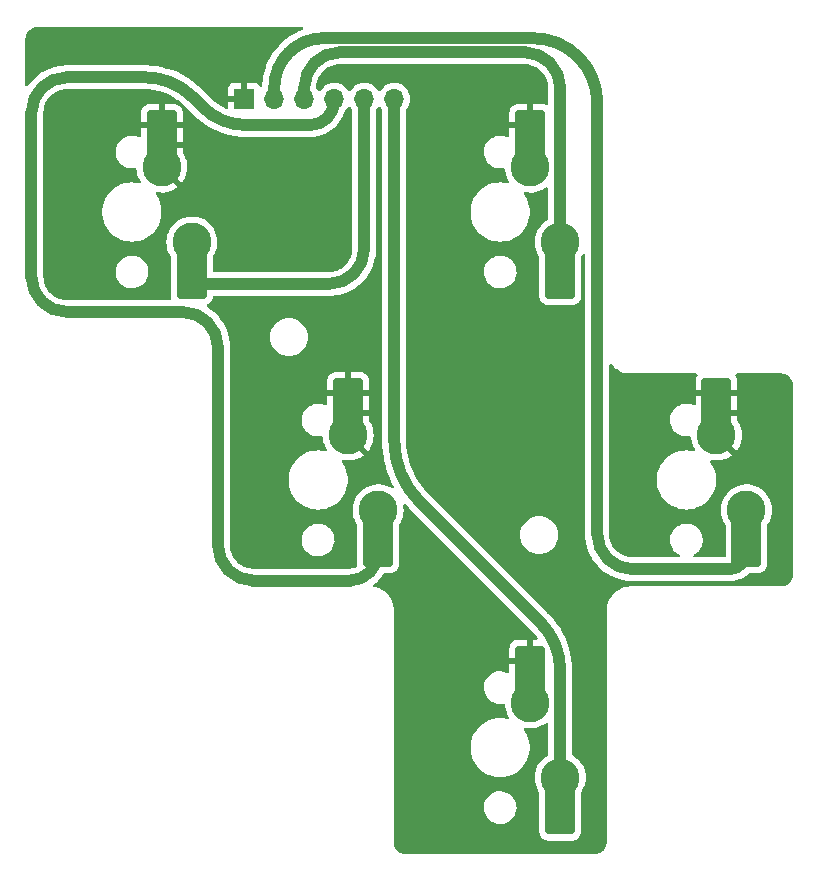
<source format=gbr>
%TF.GenerationSoftware,KiCad,Pcbnew,(6.0.7)*%
%TF.CreationDate,2023-01-05T19:36:49-06:00*%
%TF.ProjectId,OpenRectangle,4f70656e-5265-4637-9461-6e676c652e6b,rev?*%
%TF.SameCoordinates,Original*%
%TF.FileFunction,Copper,L2,Bot*%
%TF.FilePolarity,Positive*%
%FSLAX46Y46*%
G04 Gerber Fmt 4.6, Leading zero omitted, Abs format (unit mm)*
G04 Created by KiCad (PCBNEW (6.0.7)) date 2023-01-05 19:36:49*
%MOMM*%
%LPD*%
G01*
G04 APERTURE LIST*
G04 Aperture macros list*
%AMRoundRect*
0 Rectangle with rounded corners*
0 $1 Rounding radius*
0 $2 $3 $4 $5 $6 $7 $8 $9 X,Y pos of 4 corners*
0 Add a 4 corners polygon primitive as box body*
4,1,4,$2,$3,$4,$5,$6,$7,$8,$9,$2,$3,0*
0 Add four circle primitives for the rounded corners*
1,1,$1+$1,$2,$3*
1,1,$1+$1,$4,$5*
1,1,$1+$1,$6,$7*
1,1,$1+$1,$8,$9*
0 Add four rect primitives between the rounded corners*
20,1,$1+$1,$2,$3,$4,$5,0*
20,1,$1+$1,$4,$5,$6,$7,0*
20,1,$1+$1,$6,$7,$8,$9,0*
20,1,$1+$1,$8,$9,$2,$3,0*%
G04 Aperture macros list end*
%TA.AperFunction,ComponentPad*%
%ADD10C,3.300000*%
%TD*%
%TA.AperFunction,SMDPad,CuDef*%
%ADD11RoundRect,0.250000X1.000000X-1.025000X1.000000X1.025000X-1.000000X1.025000X-1.000000X-1.025000X0*%
%TD*%
%TA.AperFunction,SMDPad,CuDef*%
%ADD12R,2.500000X1.650000*%
%TD*%
%TA.AperFunction,ComponentPad*%
%ADD13R,1.700000X1.700000*%
%TD*%
%TA.AperFunction,ComponentPad*%
%ADD14O,1.700000X1.700000*%
%TD*%
%TA.AperFunction,Conductor*%
%ADD15C,1.000000*%
%TD*%
G04 APERTURE END LIST*
D10*
%TO.P,SW18,1,1*%
%TO.N,GND*%
X269492234Y-37999100D03*
D11*
X269492234Y-34449100D03*
D12*
X269492234Y-36174100D03*
%TO.P,SW18,2,2*%
%TO.N,C_DN*%
X272032234Y-46149100D03*
D10*
X272032234Y-44349100D03*
D11*
X272032234Y-47899100D03*
%TD*%
D12*
%TO.P,SW16,1,1*%
%TO.N,GND*%
X300677234Y-36174100D03*
D11*
X300677234Y-34449100D03*
D10*
X300677234Y-37999100D03*
D12*
%TO.P,SW16,2,2*%
%TO.N,C_LT*%
X303217234Y-46149100D03*
D10*
X303217234Y-44349100D03*
D11*
X303217234Y-47899100D03*
%TD*%
%TO.P,SW17,1,1*%
%TO.N,GND*%
X316447234Y-57136100D03*
D12*
X316447234Y-58861100D03*
D10*
X316447234Y-60686100D03*
D12*
%TO.P,SW17,2,2*%
%TO.N,C_UP*%
X318987234Y-68836100D03*
D11*
X318987234Y-70586100D03*
D10*
X318987234Y-67036100D03*
%TD*%
D13*
%TO.P,J4,1,Pin_1*%
%TO.N,GND*%
X276465100Y-32225600D03*
D14*
%TO.P,J4,2,Pin_2*%
%TO.N,C_UP*%
X279005100Y-32225600D03*
%TO.P,J4,3,Pin_3*%
%TO.N,C_LT*%
X281545100Y-32225600D03*
%TO.P,J4,4,Pin_4*%
%TO.N,A*%
X284085100Y-32225600D03*
%TO.P,J4,5,Pin_5*%
%TO.N,C_DN*%
X286625100Y-32225600D03*
%TO.P,J4,6,Pin_6*%
%TO.N,C_RT*%
X289165100Y-32225600D03*
%TD*%
D12*
%TO.P,SW19,1,1*%
%TO.N,GND*%
X285262234Y-58861100D03*
D10*
X285262234Y-60686100D03*
D11*
X285262234Y-57136100D03*
%TO.P,SW19,2,2*%
%TO.N,A*%
X287802234Y-70586100D03*
D12*
X287802234Y-68836100D03*
D10*
X287802234Y-67036100D03*
%TD*%
%TO.P,SW20,1,1*%
%TO.N,GND*%
X300677234Y-83343100D03*
D11*
X300677234Y-79793100D03*
D12*
X300677234Y-81518100D03*
D10*
%TO.P,SW20,2,2*%
%TO.N,C_RT*%
X303217234Y-89693100D03*
D12*
X303217234Y-91493100D03*
D11*
X303217234Y-93243100D03*
%TD*%
D15*
%TO.N,C_UP*%
X300910266Y-27090600D02*
X283191696Y-27090600D01*
X279005100Y-31277196D02*
X279005100Y-32225600D01*
%TO.N,A*%
X261450100Y-30400600D02*
X268055282Y-30400600D01*
X271240100Y-50270600D02*
X261450100Y-50270600D01*
%TO.N,C_DN*%
X272032234Y-47899100D02*
X283625100Y-47899100D01*
X286625100Y-44899100D02*
X286625100Y-32225600D01*
%TO.N,A*%
X258450100Y-47270600D02*
X258450100Y-33400600D01*
%TO.N,C_UP*%
X306350100Y-69050600D02*
X306350100Y-32530434D01*
%TO.N,C_LT*%
X303217234Y-44349100D02*
X303217234Y-31290600D01*
%TO.N,C_UP*%
X317522733Y-72050600D02*
X309350100Y-72050600D01*
%TO.N,C_LT*%
X300217234Y-28290600D02*
X284545100Y-28290600D01*
X281545100Y-31290600D02*
X281545100Y-32225600D01*
%TO.N,A*%
X284085100Y-32412307D02*
X284085100Y-32225600D01*
X285377733Y-73010600D02*
X277240100Y-73010600D01*
X274240100Y-70010600D02*
X274240100Y-53270600D01*
X272092279Y-32072779D02*
X272940191Y-32920691D01*
X276609577Y-34440600D02*
X282056807Y-34440600D01*
%TO.N,C_RT*%
X289165100Y-32225600D02*
X289165100Y-61169400D01*
X291297875Y-66318375D02*
X301542678Y-76563178D01*
%TO.N,C_DN*%
X283625100Y-47899100D02*
G75*
G03*
X286625100Y-44899100I0J3000000D01*
G01*
%TO.N,C_UP*%
X317522733Y-72050634D02*
G75*
G03*
X318987234Y-70586100I-33J1464534D01*
G01*
%TO.N,C_RT*%
X301542694Y-76563162D02*
G75*
G02*
X303217234Y-80605914I-4042794J-4042738D01*
G01*
%TO.N,A*%
X274240100Y-70010600D02*
G75*
G03*
X277240100Y-73010600I3000000J0D01*
G01*
%TO.N,C_RT*%
X291297886Y-66318364D02*
G75*
G02*
X289165100Y-61169400I5148914J5148964D01*
G01*
%TO.N,C_LT*%
X281545100Y-31290600D02*
G75*
G02*
X284545100Y-28290600I3000000J0D01*
G01*
%TO.N,A*%
X258450100Y-47270600D02*
G75*
G03*
X261450100Y-50270600I3000000J0D01*
G01*
X268055282Y-30400620D02*
G75*
G02*
X272092279Y-32072779I18J-5709180D01*
G01*
X285377733Y-73010634D02*
G75*
G03*
X287802234Y-70586100I-33J2424534D01*
G01*
X272940202Y-32920680D02*
G75*
G03*
X276609577Y-34440600I3669398J3669380D01*
G01*
%TO.N,C_UP*%
X279005100Y-31277196D02*
G75*
G02*
X283191696Y-27090600I4186600J-4D01*
G01*
X309350100Y-72050600D02*
G75*
G02*
X306350100Y-69050600I0J3000000D01*
G01*
%TO.N,A*%
X284085100Y-32412307D02*
G75*
G02*
X282056807Y-34440600I-2028300J7D01*
G01*
%TO.N,C_UP*%
X300910266Y-27090600D02*
G75*
G02*
X306350100Y-32530434I34J-5439800D01*
G01*
%TO.N,A*%
X271240100Y-50270600D02*
G75*
G02*
X274240100Y-53270600I0J-3000000D01*
G01*
X261450100Y-30400600D02*
G75*
G03*
X258450100Y-33400600I0J-3000000D01*
G01*
%TO.N,C_LT*%
X300217234Y-28290566D02*
G75*
G02*
X303217234Y-31290600I-34J-3000034D01*
G01*
%TO.N,C_RT*%
X303217234Y-80605914D02*
X303217234Y-89693100D01*
%TD*%
%TA.AperFunction,Conductor*%
%TO.N,GND*%
G36*
X300167452Y-29299885D02*
G01*
X300203074Y-29303881D01*
X300232098Y-29301444D01*
X300250879Y-29301272D01*
X300318442Y-29305701D01*
X300468925Y-29315567D01*
X300485264Y-29317718D01*
X300677536Y-29355965D01*
X300724569Y-29365321D01*
X300740479Y-29369584D01*
X300845408Y-29405203D01*
X300971521Y-29448014D01*
X300986747Y-29454321D01*
X301078142Y-29499392D01*
X301205581Y-29562239D01*
X301219837Y-29570470D01*
X301422725Y-29706037D01*
X301435788Y-29716063D01*
X301619232Y-29876941D01*
X301630874Y-29888583D01*
X301791754Y-30072033D01*
X301801778Y-30085095D01*
X301889418Y-30216259D01*
X301937337Y-30287976D01*
X301945575Y-30302245D01*
X302021495Y-30456196D01*
X302053488Y-30521072D01*
X302059794Y-30536297D01*
X302125542Y-30729985D01*
X302138220Y-30767335D01*
X302142486Y-30783255D01*
X302190085Y-31022557D01*
X302192236Y-31038897D01*
X302205653Y-31243600D01*
X302205138Y-31265883D01*
X302203953Y-31276451D01*
X302205203Y-31291341D01*
X302208292Y-31328124D01*
X302208734Y-31338667D01*
X302208734Y-32635574D01*
X302188732Y-32703695D01*
X302135076Y-32750188D01*
X302064802Y-32760292D01*
X302016618Y-32742834D01*
X302005991Y-32736284D01*
X301992810Y-32730137D01*
X301838524Y-32678962D01*
X301825148Y-32676095D01*
X301730796Y-32666428D01*
X301724379Y-32666100D01*
X300949349Y-32666100D01*
X300934110Y-32670575D01*
X300932905Y-32671965D01*
X300931234Y-32679648D01*
X300931234Y-36302100D01*
X300911232Y-36370221D01*
X300857576Y-36416714D01*
X300805234Y-36428100D01*
X300549234Y-36428100D01*
X300481113Y-36408098D01*
X300434620Y-36354442D01*
X300423234Y-36302100D01*
X300423234Y-34721215D01*
X300418759Y-34705976D01*
X300417369Y-34704771D01*
X300409686Y-34703100D01*
X298937350Y-34703100D01*
X298922111Y-34707575D01*
X298920906Y-34708965D01*
X298919235Y-34716648D01*
X298919235Y-35300995D01*
X298919234Y-35301027D01*
X298919234Y-35365555D01*
X298899232Y-35433676D01*
X298845576Y-35480169D01*
X298775302Y-35490273D01*
X298730901Y-35475056D01*
X298724293Y-35471295D01*
X298724290Y-35471293D01*
X298719644Y-35468649D01*
X298498945Y-35388539D01*
X298493696Y-35387590D01*
X298493693Y-35387589D01*
X298412619Y-35372929D01*
X298267904Y-35346760D01*
X298263765Y-35346565D01*
X298263758Y-35346564D01*
X298244794Y-35345670D01*
X298244785Y-35345670D01*
X298243305Y-35345600D01*
X298078284Y-35345600D01*
X297996935Y-35352503D01*
X297908597Y-35359998D01*
X297908593Y-35359999D01*
X297903286Y-35360449D01*
X297898131Y-35361787D01*
X297898125Y-35361788D01*
X297720411Y-35407914D01*
X297676028Y-35419433D01*
X297671162Y-35421625D01*
X297671159Y-35421626D01*
X297466817Y-35513676D01*
X297466814Y-35513677D01*
X297461956Y-35515866D01*
X297267193Y-35646988D01*
X297097307Y-35809051D01*
X296957156Y-35997421D01*
X296850747Y-36206712D01*
X296781123Y-36430940D01*
X296750273Y-36663693D01*
X296759082Y-36898316D01*
X296807296Y-37128101D01*
X296893536Y-37346477D01*
X297015338Y-37547200D01*
X297169219Y-37724532D01*
X297173351Y-37727920D01*
X297346650Y-37870017D01*
X297346656Y-37870021D01*
X297350778Y-37873401D01*
X297355414Y-37876040D01*
X297355417Y-37876042D01*
X297415082Y-37910005D01*
X297554824Y-37989551D01*
X297775523Y-38069661D01*
X297780772Y-38070610D01*
X297780775Y-38070611D01*
X297861849Y-38085271D01*
X298006564Y-38111440D01*
X298010703Y-38111635D01*
X298010710Y-38111636D01*
X298029674Y-38112530D01*
X298029683Y-38112530D01*
X298031163Y-38112600D01*
X298196184Y-38112600D01*
X298277533Y-38105697D01*
X298365871Y-38098202D01*
X298365875Y-38098201D01*
X298371182Y-38097751D01*
X298376341Y-38096412D01*
X298380903Y-38095632D01*
X298451420Y-38103869D01*
X298506289Y-38148924D01*
X298527925Y-38212578D01*
X298531000Y-38265913D01*
X298532073Y-38274413D01*
X298587071Y-38554736D01*
X298589282Y-38562988D01*
X298681815Y-38833257D01*
X298685130Y-38841142D01*
X298813485Y-39096347D01*
X298817841Y-39103713D01*
X298871825Y-39182259D01*
X298893925Y-39249728D01*
X298876040Y-39318435D01*
X298823848Y-39366565D01*
X298753920Y-39378839D01*
X298744375Y-39377394D01*
X298455388Y-39322267D01*
X298451488Y-39321523D01*
X298357934Y-39315637D01*
X298217876Y-39306825D01*
X298217860Y-39306824D01*
X298215881Y-39306700D01*
X298058587Y-39306700D01*
X298056608Y-39306824D01*
X298056592Y-39306825D01*
X297916534Y-39315637D01*
X297822980Y-39321523D01*
X297513682Y-39380525D01*
X297214218Y-39477827D01*
X297210632Y-39479514D01*
X297210628Y-39479516D01*
X296932896Y-39610206D01*
X296932889Y-39610210D01*
X296929310Y-39611894D01*
X296663452Y-39780613D01*
X296420836Y-39981322D01*
X296205289Y-40210856D01*
X296202962Y-40214058D01*
X296202961Y-40214060D01*
X296132883Y-40310515D01*
X296020210Y-40465596D01*
X295868518Y-40741523D01*
X295752604Y-41034287D01*
X295674298Y-41339270D01*
X295634834Y-41651662D01*
X295634834Y-41966538D01*
X295674298Y-42278930D01*
X295752604Y-42583913D01*
X295754057Y-42587582D01*
X295754057Y-42587583D01*
X295776630Y-42644596D01*
X295868518Y-42876677D01*
X295870420Y-42880136D01*
X295870421Y-42880139D01*
X295927738Y-42984397D01*
X296020210Y-43152604D01*
X296205289Y-43407344D01*
X296420836Y-43636878D01*
X296663452Y-43837587D01*
X296929310Y-44006306D01*
X296932889Y-44007990D01*
X296932896Y-44007994D01*
X297210628Y-44138684D01*
X297210632Y-44138686D01*
X297214218Y-44140373D01*
X297513682Y-44237675D01*
X297822980Y-44296677D01*
X297916534Y-44302563D01*
X298056592Y-44311375D01*
X298056608Y-44311376D01*
X298058587Y-44311500D01*
X298215881Y-44311500D01*
X298217860Y-44311376D01*
X298217876Y-44311375D01*
X298357934Y-44302563D01*
X298451488Y-44296677D01*
X298760786Y-44237675D01*
X299060250Y-44140373D01*
X299063836Y-44138686D01*
X299063840Y-44138684D01*
X299341572Y-44007994D01*
X299341579Y-44007990D01*
X299345158Y-44006306D01*
X299611016Y-43837587D01*
X299853632Y-43636878D01*
X300069179Y-43407344D01*
X300254258Y-43152604D01*
X300346731Y-42984397D01*
X300404047Y-42880139D01*
X300404048Y-42880136D01*
X300405950Y-42876677D01*
X300497838Y-42644596D01*
X300520411Y-42587583D01*
X300520411Y-42587582D01*
X300521864Y-42583913D01*
X300600170Y-42278930D01*
X300639634Y-41966538D01*
X300639634Y-41651662D01*
X300600170Y-41339270D01*
X300521864Y-41034287D01*
X300405950Y-40741523D01*
X300254258Y-40465596D01*
X300147223Y-40318275D01*
X300123366Y-40251409D01*
X300139446Y-40182258D01*
X300190360Y-40132778D01*
X300259942Y-40118678D01*
X300268219Y-40119666D01*
X300491993Y-40153908D01*
X300500527Y-40154624D01*
X300786148Y-40159112D01*
X300794699Y-40158663D01*
X301078290Y-40124345D01*
X301086691Y-40122743D01*
X301363014Y-40050251D01*
X301371116Y-40047524D01*
X301635039Y-39938203D01*
X301642701Y-39934400D01*
X301889347Y-39790272D01*
X301896412Y-39785471D01*
X302004987Y-39700337D01*
X302070936Y-39674045D01*
X302140630Y-39687580D01*
X302191943Y-39736647D01*
X302208734Y-39799491D01*
X302208734Y-42365660D01*
X302188732Y-42433781D01*
X302147441Y-42473775D01*
X302068695Y-42520903D01*
X301986152Y-42570304D01*
X301986148Y-42570307D01*
X301982470Y-42572508D01*
X301752783Y-42756522D01*
X301749839Y-42759624D01*
X301749835Y-42759628D01*
X301553145Y-42966896D01*
X301550195Y-42970005D01*
X301378454Y-43209008D01*
X301240738Y-43469107D01*
X301139596Y-43745490D01*
X301076900Y-44033043D01*
X301053809Y-44326444D01*
X301070750Y-44620264D01*
X301071575Y-44624471D01*
X301071576Y-44624476D01*
X301094695Y-44742310D01*
X301127411Y-44909066D01*
X301128798Y-44913116D01*
X301128799Y-44913121D01*
X301215770Y-45167141D01*
X301222743Y-45187507D01*
X301354981Y-45450434D01*
X301357407Y-45453963D01*
X301357410Y-45453969D01*
X301436574Y-45569152D01*
X301458734Y-45640519D01*
X301458734Y-48974500D01*
X301469708Y-49080266D01*
X301471889Y-49086802D01*
X301471889Y-49086804D01*
X301506847Y-49191586D01*
X301525684Y-49248046D01*
X301618756Y-49398448D01*
X301743931Y-49523405D01*
X301750161Y-49527245D01*
X301750162Y-49527246D01*
X301887324Y-49611794D01*
X301894496Y-49616215D01*
X301909143Y-49621073D01*
X302055845Y-49669732D01*
X302055847Y-49669732D01*
X302062373Y-49671897D01*
X302069209Y-49672597D01*
X302069212Y-49672598D01*
X302112265Y-49677009D01*
X302166834Y-49682600D01*
X304267634Y-49682600D01*
X304270880Y-49682263D01*
X304270884Y-49682263D01*
X304366542Y-49672338D01*
X304366546Y-49672337D01*
X304373400Y-49671626D01*
X304379936Y-49669445D01*
X304379938Y-49669445D01*
X304524925Y-49621073D01*
X304541180Y-49615650D01*
X304691582Y-49522578D01*
X304816539Y-49397403D01*
X304820380Y-49391172D01*
X304905509Y-49253068D01*
X304905510Y-49253066D01*
X304909349Y-49246838D01*
X304935798Y-49167095D01*
X304962866Y-49085489D01*
X304962866Y-49085487D01*
X304965031Y-49078961D01*
X304975734Y-48974500D01*
X304975734Y-45642589D01*
X304995736Y-45574468D01*
X305000187Y-45567995D01*
X305041437Y-45511840D01*
X305043975Y-45508385D01*
X305046021Y-45504617D01*
X305104869Y-45396232D01*
X305154952Y-45345911D01*
X305224290Y-45330654D01*
X305290869Y-45355306D01*
X305333551Y-45412041D01*
X305341600Y-45456354D01*
X305341600Y-68986781D01*
X305340815Y-69000825D01*
X305336819Y-69036451D01*
X305337429Y-69043713D01*
X305337281Y-69046462D01*
X305337249Y-69048751D01*
X305337158Y-69048750D01*
X305337058Y-69050612D01*
X305337318Y-69050600D01*
X305354296Y-69417816D01*
X305354436Y-69420853D01*
X305354836Y-69423720D01*
X305398953Y-69739984D01*
X305405643Y-69787947D01*
X305490503Y-70148750D01*
X305608292Y-70500184D01*
X305758005Y-70839251D01*
X305759427Y-70841804D01*
X305759429Y-70841808D01*
X305870114Y-71040525D01*
X305938364Y-71163058D01*
X306147831Y-71468841D01*
X306384618Y-71753994D01*
X306646706Y-72016082D01*
X306931859Y-72252869D01*
X307237642Y-72462336D01*
X307240195Y-72463758D01*
X307529801Y-72625067D01*
X307561449Y-72642695D01*
X307900516Y-72792408D01*
X308251950Y-72910197D01*
X308254783Y-72910863D01*
X308254789Y-72910865D01*
X308415036Y-72948554D01*
X308612753Y-72995057D01*
X308615638Y-72995459D01*
X308615641Y-72995460D01*
X308797228Y-73020790D01*
X308979847Y-73046264D01*
X308982731Y-73046397D01*
X308982738Y-73046398D01*
X309297939Y-73060971D01*
X309307908Y-73061830D01*
X309318316Y-73063145D01*
X309318328Y-73063146D01*
X309321805Y-73063585D01*
X309328138Y-73063673D01*
X309346577Y-73063931D01*
X309346580Y-73063931D01*
X309350100Y-73063980D01*
X309393739Y-73059701D01*
X309406036Y-73059100D01*
X317451017Y-73059100D01*
X317466806Y-73060093D01*
X317494461Y-73063586D01*
X317497968Y-73063635D01*
X317497970Y-73063635D01*
X317506825Y-73063758D01*
X317522756Y-73063980D01*
X317526243Y-73063638D01*
X317526245Y-73063638D01*
X317528169Y-73063449D01*
X317529102Y-73063358D01*
X317533772Y-73062988D01*
X317821387Y-73045584D01*
X317825115Y-73044901D01*
X317825121Y-73044900D01*
X318111916Y-72992336D01*
X318111920Y-72992335D01*
X318115663Y-72991649D01*
X318401293Y-72902638D01*
X318486942Y-72864089D01*
X318644141Y-72793336D01*
X318674111Y-72779847D01*
X318677375Y-72777874D01*
X318926881Y-72627037D01*
X318926886Y-72627034D01*
X318930139Y-72625067D01*
X319165645Y-72440556D01*
X319199694Y-72406506D01*
X319262006Y-72372480D01*
X319288791Y-72369600D01*
X320037634Y-72369600D01*
X320040880Y-72369263D01*
X320040884Y-72369263D01*
X320136542Y-72359338D01*
X320136546Y-72359337D01*
X320143400Y-72358626D01*
X320149936Y-72356445D01*
X320149938Y-72356445D01*
X320304232Y-72304968D01*
X320311180Y-72302650D01*
X320461582Y-72209578D01*
X320586539Y-72084403D01*
X320590380Y-72078172D01*
X320675509Y-71940068D01*
X320675510Y-71940066D01*
X320679349Y-71933838D01*
X320735031Y-71765961D01*
X320745734Y-71661500D01*
X320745734Y-68329589D01*
X320765736Y-68261468D01*
X320770187Y-68254995D01*
X320811437Y-68198840D01*
X320813975Y-68195385D01*
X320909363Y-68019702D01*
X320952356Y-67940518D01*
X320952357Y-67940516D01*
X320954406Y-67936742D01*
X321058437Y-67661433D01*
X321124141Y-67374553D01*
X321129771Y-67311476D01*
X321150083Y-67083876D01*
X321150083Y-67083874D01*
X321150303Y-67081410D01*
X321150778Y-67036100D01*
X321149489Y-67017186D01*
X321131053Y-66746750D01*
X321131052Y-66746744D01*
X321130761Y-66742473D01*
X321071079Y-66454280D01*
X320972837Y-66176853D01*
X320837852Y-65915326D01*
X320821823Y-65892518D01*
X320671090Y-65678048D01*
X320671089Y-65678047D01*
X320668623Y-65674538D01*
X320468282Y-65458944D01*
X320446170Y-65440845D01*
X320250618Y-65280789D01*
X320240534Y-65272535D01*
X319989595Y-65118760D01*
X319970940Y-65110571D01*
X319724036Y-65002187D01*
X319724032Y-65002186D01*
X319720108Y-65000463D01*
X319437060Y-64919835D01*
X319432818Y-64919231D01*
X319432812Y-64919230D01*
X319149939Y-64878971D01*
X319145688Y-64878366D01*
X318990540Y-64877554D01*
X318855670Y-64876847D01*
X318855664Y-64876847D01*
X318851384Y-64876825D01*
X318847140Y-64877384D01*
X318847136Y-64877384D01*
X318718575Y-64894310D01*
X318559594Y-64915240D01*
X318555454Y-64916373D01*
X318555452Y-64916373D01*
X318360284Y-64969765D01*
X318275717Y-64992900D01*
X318271767Y-64994585D01*
X318008948Y-65106686D01*
X318008941Y-65106690D01*
X318005006Y-65108368D01*
X317907175Y-65166919D01*
X317756152Y-65257304D01*
X317756148Y-65257307D01*
X317752470Y-65259508D01*
X317522783Y-65443522D01*
X317519839Y-65446624D01*
X317519835Y-65446628D01*
X317336428Y-65639899D01*
X317320195Y-65657005D01*
X317148454Y-65896008D01*
X317010738Y-66156107D01*
X316909596Y-66432490D01*
X316846900Y-66720043D01*
X316823809Y-67013444D01*
X316840750Y-67307264D01*
X316841575Y-67311471D01*
X316841576Y-67311476D01*
X316868384Y-67448114D01*
X316897411Y-67596066D01*
X316898798Y-67600116D01*
X316898799Y-67600121D01*
X316991354Y-67870451D01*
X316992743Y-67874507D01*
X317124981Y-68137434D01*
X317127407Y-68140963D01*
X317127410Y-68140969D01*
X317206574Y-68256152D01*
X317228734Y-68327519D01*
X317228734Y-70916100D01*
X317208732Y-70984221D01*
X317155076Y-71030714D01*
X317102734Y-71042100D01*
X314607882Y-71042100D01*
X314539761Y-71022098D01*
X314493268Y-70968442D01*
X314483164Y-70898168D01*
X314512658Y-70833588D01*
X314556131Y-70801218D01*
X314577650Y-70791524D01*
X314582512Y-70789334D01*
X314777275Y-70658212D01*
X314811965Y-70625120D01*
X314872372Y-70567494D01*
X314947161Y-70496149D01*
X315087312Y-70307779D01*
X315090506Y-70301498D01*
X315191303Y-70103244D01*
X315191303Y-70103243D01*
X315193721Y-70098488D01*
X315263345Y-69874260D01*
X315272539Y-69804892D01*
X315293495Y-69646790D01*
X315293495Y-69646787D01*
X315294195Y-69641507D01*
X315291362Y-69566038D01*
X315289484Y-69516023D01*
X315285386Y-69406884D01*
X315263442Y-69302301D01*
X315238269Y-69182326D01*
X315238268Y-69182323D01*
X315237172Y-69177099D01*
X315150932Y-68958723D01*
X315029130Y-68758000D01*
X314875249Y-68580668D01*
X314865172Y-68572406D01*
X314697818Y-68435183D01*
X314697812Y-68435179D01*
X314693690Y-68431799D01*
X314689054Y-68429160D01*
X314689051Y-68429158D01*
X314494287Y-68318292D01*
X314489644Y-68315649D01*
X314268945Y-68235539D01*
X314263696Y-68234590D01*
X314263693Y-68234589D01*
X314163315Y-68216438D01*
X314037904Y-68193760D01*
X314033765Y-68193565D01*
X314033758Y-68193564D01*
X314014794Y-68192670D01*
X314014785Y-68192670D01*
X314013305Y-68192600D01*
X313848284Y-68192600D01*
X313774745Y-68198840D01*
X313678597Y-68206998D01*
X313678593Y-68206999D01*
X313673286Y-68207449D01*
X313668131Y-68208787D01*
X313668125Y-68208788D01*
X313490411Y-68254914D01*
X313446028Y-68266433D01*
X313441162Y-68268625D01*
X313441159Y-68268626D01*
X313236817Y-68360676D01*
X313236814Y-68360677D01*
X313231956Y-68362866D01*
X313037193Y-68493988D01*
X312867307Y-68656051D01*
X312727156Y-68844421D01*
X312724740Y-68849172D01*
X312724738Y-68849176D01*
X312647633Y-69000831D01*
X312620747Y-69053712D01*
X312551123Y-69277940D01*
X312550422Y-69283229D01*
X312533326Y-69412216D01*
X312520273Y-69510693D01*
X312529082Y-69745316D01*
X312541582Y-69804892D01*
X312555028Y-69868971D01*
X312577296Y-69975101D01*
X312663536Y-70193477D01*
X312666305Y-70198040D01*
X312731032Y-70304706D01*
X312785338Y-70394200D01*
X312939219Y-70571532D01*
X312943351Y-70574920D01*
X313116650Y-70717017D01*
X313116656Y-70717021D01*
X313120778Y-70720401D01*
X313125414Y-70723040D01*
X313125417Y-70723042D01*
X313272204Y-70806598D01*
X313321511Y-70857681D01*
X313335372Y-70927311D01*
X313309389Y-70993382D01*
X313251809Y-71034916D01*
X313209872Y-71042100D01*
X309413919Y-71042100D01*
X309399874Y-71041315D01*
X309387340Y-71039909D01*
X309364249Y-71037319D01*
X309335454Y-71039737D01*
X309316672Y-71039909D01*
X309240496Y-71034916D01*
X309098399Y-71025602D01*
X309082059Y-71023451D01*
X308958843Y-70998942D01*
X308842757Y-70975851D01*
X308826843Y-70971587D01*
X308667835Y-70917611D01*
X308595808Y-70893161D01*
X308580581Y-70886854D01*
X308361758Y-70778943D01*
X308347484Y-70770702D01*
X308144622Y-70635153D01*
X308131547Y-70625120D01*
X307948107Y-70464248D01*
X307936452Y-70452593D01*
X307775580Y-70269153D01*
X307765547Y-70256078D01*
X307629998Y-70053216D01*
X307621757Y-70038942D01*
X307513846Y-69820119D01*
X307507539Y-69804892D01*
X307456447Y-69654379D01*
X307429113Y-69573857D01*
X307424848Y-69557940D01*
X307377249Y-69318641D01*
X307375098Y-69302301D01*
X307362143Y-69104655D01*
X307362707Y-69085915D01*
X307362398Y-69085893D01*
X307362643Y-69082397D01*
X307363085Y-69078895D01*
X307363283Y-69064747D01*
X307363431Y-69054123D01*
X307363431Y-69054120D01*
X307363480Y-69050600D01*
X307359201Y-69006960D01*
X307358600Y-68994664D01*
X307358600Y-64653538D01*
X311404834Y-64653538D01*
X311444298Y-64965930D01*
X311522604Y-65270913D01*
X311524057Y-65274582D01*
X311524057Y-65274583D01*
X311525209Y-65277493D01*
X311638518Y-65563677D01*
X311640420Y-65567136D01*
X311640421Y-65567139D01*
X311715170Y-65703106D01*
X311790210Y-65839604D01*
X311975289Y-66094344D01*
X312190836Y-66323878D01*
X312433452Y-66524587D01*
X312699310Y-66693306D01*
X312702889Y-66694990D01*
X312702896Y-66694994D01*
X312980628Y-66825684D01*
X312980632Y-66825686D01*
X312984218Y-66827373D01*
X313283682Y-66924675D01*
X313592980Y-66983677D01*
X313686534Y-66989563D01*
X313826592Y-66998375D01*
X313826608Y-66998376D01*
X313828587Y-66998500D01*
X313985881Y-66998500D01*
X313987860Y-66998376D01*
X313987876Y-66998375D01*
X314127934Y-66989563D01*
X314221488Y-66983677D01*
X314530786Y-66924675D01*
X314830250Y-66827373D01*
X314833836Y-66825686D01*
X314833840Y-66825684D01*
X315111572Y-66694994D01*
X315111579Y-66694990D01*
X315115158Y-66693306D01*
X315381016Y-66524587D01*
X315623632Y-66323878D01*
X315839179Y-66094344D01*
X316024258Y-65839604D01*
X316099299Y-65703106D01*
X316174047Y-65567139D01*
X316174048Y-65567136D01*
X316175950Y-65563677D01*
X316289259Y-65277493D01*
X316290411Y-65274583D01*
X316290411Y-65274582D01*
X316291864Y-65270913D01*
X316370170Y-64965930D01*
X316409634Y-64653538D01*
X316409634Y-64338662D01*
X316370170Y-64026270D01*
X316291864Y-63721287D01*
X316175950Y-63428523D01*
X316141483Y-63365828D01*
X316026167Y-63156068D01*
X316026165Y-63156065D01*
X316024258Y-63152596D01*
X315917223Y-63005275D01*
X315893366Y-62938409D01*
X315909446Y-62869258D01*
X315960360Y-62819778D01*
X316029942Y-62805678D01*
X316038219Y-62806666D01*
X316261993Y-62840908D01*
X316270527Y-62841624D01*
X316556148Y-62846112D01*
X316564699Y-62845663D01*
X316848290Y-62811345D01*
X316856691Y-62809743D01*
X317133014Y-62737251D01*
X317141116Y-62734524D01*
X317405039Y-62625203D01*
X317412701Y-62621400D01*
X317659337Y-62477277D01*
X317666424Y-62472461D01*
X317768731Y-62392243D01*
X317777202Y-62380383D01*
X317770686Y-62368762D01*
X316177119Y-60775195D01*
X316143093Y-60712883D01*
X316148158Y-60642068D01*
X316177119Y-60597005D01*
X316358139Y-60415985D01*
X316420451Y-60381959D01*
X316491266Y-60387024D01*
X316536329Y-60415985D01*
X318130267Y-62009923D01*
X318142476Y-62016590D01*
X318153976Y-62007900D01*
X318271011Y-61848575D01*
X318275598Y-61841347D01*
X318411901Y-61590309D01*
X318415469Y-61582515D01*
X318516439Y-61315306D01*
X318518916Y-61307100D01*
X318582688Y-61028658D01*
X318584028Y-61020197D01*
X318609583Y-60733864D01*
X318609829Y-60728925D01*
X318610251Y-60688585D01*
X318610108Y-60683619D01*
X318590556Y-60396818D01*
X318589395Y-60388344D01*
X318531465Y-60108612D01*
X318529166Y-60100377D01*
X318433808Y-59831093D01*
X318430411Y-59823243D01*
X318299389Y-59569392D01*
X318294961Y-59562080D01*
X318228147Y-59467014D01*
X318205234Y-59394563D01*
X318205234Y-59133215D01*
X318200759Y-59117976D01*
X318199369Y-59116771D01*
X318191686Y-59115100D01*
X316319234Y-59115100D01*
X316251113Y-59095098D01*
X316204620Y-59041442D01*
X316193234Y-58989100D01*
X316193234Y-58588985D01*
X316701234Y-58588985D01*
X316705709Y-58604224D01*
X316707099Y-58605429D01*
X316714782Y-58607100D01*
X318187118Y-58607100D01*
X318202357Y-58602625D01*
X318203562Y-58601235D01*
X318205233Y-58593552D01*
X318205233Y-58211481D01*
X318205234Y-58211445D01*
X318205234Y-57408215D01*
X318200759Y-57392976D01*
X318199369Y-57391771D01*
X318191686Y-57390100D01*
X316719349Y-57390100D01*
X316704110Y-57394575D01*
X316702905Y-57395965D01*
X316701234Y-57403648D01*
X316701234Y-58588985D01*
X316193234Y-58588985D01*
X316193234Y-57408215D01*
X316188759Y-57392976D01*
X316187369Y-57391771D01*
X316179686Y-57390100D01*
X314707350Y-57390100D01*
X314692111Y-57394575D01*
X314690906Y-57395965D01*
X314689235Y-57403648D01*
X314689235Y-57987995D01*
X314689234Y-57988027D01*
X314689234Y-58052555D01*
X314669232Y-58120676D01*
X314615576Y-58167169D01*
X314545302Y-58177273D01*
X314500901Y-58162056D01*
X314494293Y-58158295D01*
X314494290Y-58158293D01*
X314489644Y-58155649D01*
X314268945Y-58075539D01*
X314263696Y-58074590D01*
X314263693Y-58074589D01*
X314182619Y-58059929D01*
X314037904Y-58033760D01*
X314033765Y-58033565D01*
X314033758Y-58033564D01*
X314014794Y-58032670D01*
X314014785Y-58032670D01*
X314013305Y-58032600D01*
X313848284Y-58032600D01*
X313766935Y-58039503D01*
X313678597Y-58046998D01*
X313678593Y-58046999D01*
X313673286Y-58047449D01*
X313668131Y-58048787D01*
X313668125Y-58048788D01*
X313490411Y-58094914D01*
X313446028Y-58106433D01*
X313441162Y-58108625D01*
X313441159Y-58108626D01*
X313236817Y-58200676D01*
X313236814Y-58200677D01*
X313231956Y-58202866D01*
X313037193Y-58333988D01*
X312867307Y-58496051D01*
X312727156Y-58684421D01*
X312620747Y-58893712D01*
X312551123Y-59117940D01*
X312520273Y-59350693D01*
X312529082Y-59585316D01*
X312577296Y-59815101D01*
X312663536Y-60033477D01*
X312785338Y-60234200D01*
X312939219Y-60411532D01*
X312943351Y-60414920D01*
X313116650Y-60557017D01*
X313116656Y-60557021D01*
X313120778Y-60560401D01*
X313125414Y-60563040D01*
X313125417Y-60563042D01*
X313185082Y-60597005D01*
X313324824Y-60676551D01*
X313545523Y-60756661D01*
X313550772Y-60757610D01*
X313550775Y-60757611D01*
X313631849Y-60772271D01*
X313776564Y-60798440D01*
X313780703Y-60798635D01*
X313780710Y-60798636D01*
X313799674Y-60799530D01*
X313799683Y-60799530D01*
X313801163Y-60799600D01*
X313966184Y-60799600D01*
X314047533Y-60792697D01*
X314135871Y-60785202D01*
X314135875Y-60785201D01*
X314141182Y-60784751D01*
X314146341Y-60783412D01*
X314150903Y-60782632D01*
X314221420Y-60790869D01*
X314276289Y-60835924D01*
X314297925Y-60899578D01*
X314301000Y-60952913D01*
X314302073Y-60961413D01*
X314357071Y-61241736D01*
X314359282Y-61249988D01*
X314451815Y-61520257D01*
X314455130Y-61528142D01*
X314583485Y-61783347D01*
X314587841Y-61790713D01*
X314641825Y-61869259D01*
X314663925Y-61936728D01*
X314646040Y-62005435D01*
X314593848Y-62053565D01*
X314523920Y-62065839D01*
X314514375Y-62064394D01*
X314225388Y-62009267D01*
X314221488Y-62008523D01*
X314127934Y-62002637D01*
X313987876Y-61993825D01*
X313987860Y-61993824D01*
X313985881Y-61993700D01*
X313828587Y-61993700D01*
X313826608Y-61993824D01*
X313826592Y-61993825D01*
X313686534Y-62002637D01*
X313592980Y-62008523D01*
X313283682Y-62067525D01*
X312984218Y-62164827D01*
X312980632Y-62166514D01*
X312980628Y-62166516D01*
X312702896Y-62297206D01*
X312702889Y-62297210D01*
X312699310Y-62298894D01*
X312433452Y-62467613D01*
X312190836Y-62668322D01*
X311975289Y-62897856D01*
X311972962Y-62901058D01*
X311972961Y-62901060D01*
X311943910Y-62941045D01*
X311790210Y-63152596D01*
X311788303Y-63156065D01*
X311788301Y-63156068D01*
X311672985Y-63365828D01*
X311638518Y-63428523D01*
X311522604Y-63721287D01*
X311444298Y-64026270D01*
X311404834Y-64338662D01*
X311404834Y-64653538D01*
X307358600Y-64653538D01*
X307358600Y-54794800D01*
X307378602Y-54726679D01*
X307432258Y-54680186D01*
X307502532Y-54670082D01*
X307567112Y-54699576D01*
X307579220Y-54711596D01*
X307738032Y-54892210D01*
X307937196Y-55066310D01*
X308047309Y-55139585D01*
X308153980Y-55210571D01*
X308153986Y-55210574D01*
X308157422Y-55212861D01*
X308161128Y-55214679D01*
X308161134Y-55214682D01*
X308391222Y-55327527D01*
X308394927Y-55329344D01*
X308398833Y-55330659D01*
X308398835Y-55330660D01*
X308641717Y-55412440D01*
X308641720Y-55412441D01*
X308645629Y-55413757D01*
X308649676Y-55414550D01*
X308649682Y-55414552D01*
X308875948Y-55458910D01*
X308905219Y-55464649D01*
X308909342Y-55464907D01*
X308909345Y-55464907D01*
X308972317Y-55468842D01*
X309134912Y-55479002D01*
X309147548Y-55480436D01*
X309156686Y-55481943D01*
X309161553Y-55481987D01*
X309161555Y-55481987D01*
X309162891Y-55481999D01*
X309169238Y-55482056D01*
X309174049Y-55481351D01*
X309174054Y-55481351D01*
X309195839Y-55478160D01*
X309214098Y-55476830D01*
X314722057Y-55476830D01*
X314790177Y-55496832D01*
X314836670Y-55550488D01*
X314846774Y-55620762D01*
X314829316Y-55668946D01*
X314759418Y-55782343D01*
X314753271Y-55795524D01*
X314702096Y-55949810D01*
X314699229Y-55963186D01*
X314689562Y-56057538D01*
X314689234Y-56063955D01*
X314689234Y-56863985D01*
X314693709Y-56879224D01*
X314695099Y-56880429D01*
X314702782Y-56882100D01*
X318187118Y-56882100D01*
X318202357Y-56877625D01*
X318203562Y-56876235D01*
X318205233Y-56868552D01*
X318205233Y-56064005D01*
X318204896Y-56057486D01*
X318194977Y-55961894D01*
X318192085Y-55948500D01*
X318140646Y-55794316D01*
X318134473Y-55781138D01*
X318065162Y-55669134D01*
X318046324Y-55600682D01*
X318067485Y-55532913D01*
X318121926Y-55487341D01*
X318172306Y-55476831D01*
X321873013Y-55476831D01*
X321892396Y-55478331D01*
X321916104Y-55482022D01*
X321925011Y-55480857D01*
X321928777Y-55480365D01*
X321956096Y-55479780D01*
X322085310Y-55491083D01*
X322106939Y-55494897D01*
X322254263Y-55534370D01*
X322274903Y-55541882D01*
X322413140Y-55606341D01*
X322432154Y-55617319D01*
X322557107Y-55704811D01*
X322573925Y-55718924D01*
X322681776Y-55826775D01*
X322695889Y-55843593D01*
X322783381Y-55968546D01*
X322794359Y-55987560D01*
X322858818Y-56125797D01*
X322866330Y-56146437D01*
X322905803Y-56293761D01*
X322909617Y-56315390D01*
X322920317Y-56437712D01*
X322919762Y-56454194D01*
X322920169Y-56454199D01*
X322920059Y-56463173D01*
X322918678Y-56472044D01*
X322919842Y-56480946D01*
X322922806Y-56503619D01*
X322923869Y-56519953D01*
X322923869Y-72463404D01*
X322922363Y-72482828D01*
X322918680Y-72506433D01*
X322919841Y-72515332D01*
X322919841Y-72515333D01*
X322920333Y-72519103D01*
X322920908Y-72546423D01*
X322909610Y-72675061D01*
X322905787Y-72696694D01*
X322879849Y-72793336D01*
X322866400Y-72843448D01*
X322858877Y-72864089D01*
X322841610Y-72901075D01*
X322797545Y-72995460D01*
X322794600Y-73001767D01*
X322783606Y-73020788D01*
X322753329Y-73063980D01*
X322696387Y-73145211D01*
X322682255Y-73162034D01*
X322574750Y-73269413D01*
X322557911Y-73283525D01*
X322433385Y-73370600D01*
X322414351Y-73381572D01*
X322276599Y-73445687D01*
X322255956Y-73453185D01*
X322112029Y-73491632D01*
X322109149Y-73492401D01*
X322087509Y-73496199D01*
X321965959Y-73506732D01*
X321949276Y-73506156D01*
X321949271Y-73506538D01*
X321940289Y-73506421D01*
X321931425Y-73505033D01*
X321899597Y-73509167D01*
X321883371Y-73510217D01*
X316356479Y-73510049D01*
X309231006Y-73509832D01*
X309210139Y-73508091D01*
X309195063Y-73505559D01*
X309195061Y-73505559D01*
X309190258Y-73504752D01*
X309184256Y-73504680D01*
X309182578Y-73504660D01*
X309182575Y-73504660D01*
X309177706Y-73504602D01*
X309171024Y-73505561D01*
X309161401Y-73506565D01*
X308917665Y-73522561D01*
X308917663Y-73522561D01*
X308913568Y-73522830D01*
X308784858Y-73548400D01*
X308657971Y-73573608D01*
X308657965Y-73573609D01*
X308653936Y-73574410D01*
X308403231Y-73659357D01*
X308399540Y-73661173D01*
X308399538Y-73661174D01*
X308169415Y-73774407D01*
X308169411Y-73774409D01*
X308165721Y-73776225D01*
X307945450Y-73923024D01*
X307746169Y-74097255D01*
X307743457Y-74100336D01*
X307743451Y-74100342D01*
X307600710Y-74262504D01*
X307571270Y-74295950D01*
X307568984Y-74299356D01*
X307568982Y-74299358D01*
X307492125Y-74413848D01*
X307423733Y-74515727D01*
X307306068Y-74752844D01*
X307304732Y-74756743D01*
X307304731Y-74756746D01*
X307260731Y-74885186D01*
X307220280Y-75003263D01*
X307219466Y-75007289D01*
X307219465Y-75007293D01*
X307194054Y-75132992D01*
X307167829Y-75262720D01*
X307167546Y-75266826D01*
X307151956Y-75492765D01*
X307150433Y-75505440D01*
X307149745Y-75509440D01*
X307149744Y-75509450D01*
X307148920Y-75514243D01*
X307148721Y-75526795D01*
X307149394Y-75531616D01*
X307149394Y-75531620D01*
X307152738Y-75555581D01*
X307153947Y-75572995D01*
X307153916Y-83220042D01*
X307153869Y-95123513D01*
X307152369Y-95142893D01*
X307148678Y-95166604D01*
X307149843Y-95175511D01*
X307150335Y-95179277D01*
X307150920Y-95206596D01*
X307139617Y-95335810D01*
X307135803Y-95357439D01*
X307096330Y-95504763D01*
X307088818Y-95525403D01*
X307024359Y-95663640D01*
X307013381Y-95682654D01*
X306925889Y-95807607D01*
X306911776Y-95824425D01*
X306803925Y-95932276D01*
X306787107Y-95946389D01*
X306662154Y-96033881D01*
X306643140Y-96044859D01*
X306504903Y-96109318D01*
X306484263Y-96116830D01*
X306336939Y-96156303D01*
X306315310Y-96160117D01*
X306274493Y-96163687D01*
X306192984Y-96170817D01*
X306176506Y-96170262D01*
X306176501Y-96170669D01*
X306167527Y-96170559D01*
X306158656Y-96169178D01*
X306141508Y-96171420D01*
X306127081Y-96173306D01*
X306110747Y-96174369D01*
X290167187Y-96174369D01*
X290147804Y-96172869D01*
X290124096Y-96169178D01*
X290115189Y-96170343D01*
X290111423Y-96170835D01*
X290084104Y-96171420D01*
X289954890Y-96160117D01*
X289933261Y-96156303D01*
X289785937Y-96116830D01*
X289765297Y-96109318D01*
X289627060Y-96044859D01*
X289608046Y-96033881D01*
X289483093Y-95946389D01*
X289466275Y-95932276D01*
X289358424Y-95824425D01*
X289344311Y-95807607D01*
X289256819Y-95682654D01*
X289245841Y-95663640D01*
X289181382Y-95525403D01*
X289173870Y-95504763D01*
X289134397Y-95357439D01*
X289130583Y-95335810D01*
X289119883Y-95213488D01*
X289120438Y-95197006D01*
X289120031Y-95197001D01*
X289120141Y-95188027D01*
X289121522Y-95179156D01*
X289117395Y-95147587D01*
X289116332Y-95131253D01*
X289116333Y-95123513D01*
X289116458Y-92167693D01*
X296750273Y-92167693D01*
X296759082Y-92402316D01*
X296760177Y-92407534D01*
X296785028Y-92525971D01*
X296807296Y-92632101D01*
X296893536Y-92850477D01*
X297015338Y-93051200D01*
X297169219Y-93228532D01*
X297173351Y-93231920D01*
X297346650Y-93374017D01*
X297346656Y-93374021D01*
X297350778Y-93377401D01*
X297355414Y-93380040D01*
X297355417Y-93380042D01*
X297466642Y-93443355D01*
X297554824Y-93493551D01*
X297775523Y-93573661D01*
X297780772Y-93574610D01*
X297780775Y-93574611D01*
X297861849Y-93589271D01*
X298006564Y-93615440D01*
X298010703Y-93615635D01*
X298010710Y-93615636D01*
X298029674Y-93616530D01*
X298029683Y-93616530D01*
X298031163Y-93616600D01*
X298196184Y-93616600D01*
X298277533Y-93609697D01*
X298365871Y-93602202D01*
X298365875Y-93602201D01*
X298371182Y-93601751D01*
X298376337Y-93600413D01*
X298376343Y-93600412D01*
X298593269Y-93544109D01*
X298593268Y-93544109D01*
X298598440Y-93542767D01*
X298603306Y-93540575D01*
X298603309Y-93540574D01*
X298807651Y-93448524D01*
X298807654Y-93448523D01*
X298812512Y-93446334D01*
X299007275Y-93315212D01*
X299177161Y-93153149D01*
X299317312Y-92964779D01*
X299377953Y-92845508D01*
X299421303Y-92760244D01*
X299421303Y-92760243D01*
X299423721Y-92755488D01*
X299493345Y-92531260D01*
X299510436Y-92402316D01*
X299523495Y-92303790D01*
X299523495Y-92303787D01*
X299524195Y-92298507D01*
X299515386Y-92063884D01*
X299497592Y-91979078D01*
X299468269Y-91839326D01*
X299468268Y-91839323D01*
X299467172Y-91834099D01*
X299380932Y-91615723D01*
X299259130Y-91415000D01*
X299105249Y-91237668D01*
X299095172Y-91229406D01*
X298927818Y-91092183D01*
X298927812Y-91092179D01*
X298923690Y-91088799D01*
X298919054Y-91086160D01*
X298919051Y-91086158D01*
X298724287Y-90975292D01*
X298719644Y-90972649D01*
X298498945Y-90892539D01*
X298493696Y-90891590D01*
X298493693Y-90891589D01*
X298412619Y-90876929D01*
X298267904Y-90850760D01*
X298263765Y-90850565D01*
X298263758Y-90850564D01*
X298244794Y-90849670D01*
X298244785Y-90849670D01*
X298243305Y-90849600D01*
X298078284Y-90849600D01*
X298004745Y-90855840D01*
X297908597Y-90863998D01*
X297908593Y-90863999D01*
X297903286Y-90864449D01*
X297898131Y-90865787D01*
X297898125Y-90865788D01*
X297720411Y-90911914D01*
X297676028Y-90923433D01*
X297671162Y-90925625D01*
X297671159Y-90925626D01*
X297466817Y-91017676D01*
X297466814Y-91017677D01*
X297461956Y-91019866D01*
X297267193Y-91150988D01*
X297097307Y-91313051D01*
X296957156Y-91501421D01*
X296954740Y-91506172D01*
X296954738Y-91506176D01*
X296853165Y-91705956D01*
X296850747Y-91710712D01*
X296781123Y-91934940D01*
X296780422Y-91940229D01*
X296763326Y-92069216D01*
X296750273Y-92167693D01*
X289116458Y-92167693D01*
X289116735Y-85595409D01*
X289116992Y-79520985D01*
X298919234Y-79520985D01*
X298923709Y-79536224D01*
X298925099Y-79537429D01*
X298932782Y-79539100D01*
X300405119Y-79539100D01*
X300420358Y-79534625D01*
X300421563Y-79533235D01*
X300423234Y-79525552D01*
X300423234Y-78028216D01*
X300418759Y-78012977D01*
X300417369Y-78011772D01*
X300409686Y-78010101D01*
X299630139Y-78010101D01*
X299623620Y-78010438D01*
X299528028Y-78020357D01*
X299514634Y-78023249D01*
X299360450Y-78074688D01*
X299347272Y-78080861D01*
X299209427Y-78166163D01*
X299198026Y-78175199D01*
X299083495Y-78289929D01*
X299074483Y-78301340D01*
X298989418Y-78439343D01*
X298983271Y-78452524D01*
X298932096Y-78606810D01*
X298929229Y-78620186D01*
X298919562Y-78714538D01*
X298919234Y-78720955D01*
X298919234Y-79520985D01*
X289116992Y-79520985D01*
X289117158Y-75584374D01*
X289118976Y-75563055D01*
X289121365Y-75549144D01*
X289121366Y-75549133D01*
X289122189Y-75544341D01*
X289122385Y-75531790D01*
X289121688Y-75526795D01*
X289121424Y-75524911D01*
X289120455Y-75515305D01*
X289105291Y-75271720D01*
X289105035Y-75267606D01*
X289104079Y-75262720D01*
X289089071Y-75186067D01*
X289054177Y-75007846D01*
X289052636Y-75003263D01*
X288971098Y-74760885D01*
X288969781Y-74756970D01*
X288853297Y-74519287D01*
X288850135Y-74514531D01*
X288709011Y-74302316D01*
X288709011Y-74302315D01*
X288706726Y-74298880D01*
X288532587Y-74099538D01*
X288529489Y-74096812D01*
X288529485Y-74096808D01*
X288336970Y-73927411D01*
X288336962Y-73927405D01*
X288333871Y-73924685D01*
X288113992Y-73777324D01*
X288108094Y-73774407D01*
X287880435Y-73661820D01*
X287880432Y-73661819D01*
X287876728Y-73659987D01*
X287626156Y-73574691D01*
X287622118Y-73573885D01*
X287622113Y-73573884D01*
X287562895Y-73562069D01*
X287498811Y-73549283D01*
X287435921Y-73516340D01*
X287400825Y-73454624D01*
X287404667Y-73383732D01*
X287448406Y-73324516D01*
X287555745Y-73244907D01*
X287555765Y-73244891D01*
X287558240Y-73243055D01*
X287593597Y-73211009D01*
X287805873Y-73018612D01*
X287805881Y-73018604D01*
X287808166Y-73016533D01*
X287821311Y-73002030D01*
X288032612Y-72768890D01*
X288034684Y-72766604D01*
X288235615Y-72495677D01*
X288247148Y-72476435D01*
X288274487Y-72430823D01*
X288326665Y-72382677D01*
X288382561Y-72369600D01*
X288852634Y-72369600D01*
X288855880Y-72369263D01*
X288855884Y-72369263D01*
X288951542Y-72359338D01*
X288951546Y-72359337D01*
X288958400Y-72358626D01*
X288964936Y-72356445D01*
X288964938Y-72356445D01*
X289119232Y-72304968D01*
X289126180Y-72302650D01*
X289276582Y-72209578D01*
X289401539Y-72084403D01*
X289405380Y-72078172D01*
X289490509Y-71940068D01*
X289490510Y-71940066D01*
X289494349Y-71933838D01*
X289550031Y-71765961D01*
X289560734Y-71661500D01*
X289560734Y-68329589D01*
X289580736Y-68261468D01*
X289585187Y-68254995D01*
X289626437Y-68198840D01*
X289628975Y-68195385D01*
X289724363Y-68019702D01*
X289767356Y-67940518D01*
X289767357Y-67940516D01*
X289769406Y-67936742D01*
X289873437Y-67661433D01*
X289939141Y-67374553D01*
X289944771Y-67311476D01*
X289965083Y-67083876D01*
X289965083Y-67083874D01*
X289965303Y-67081410D01*
X289965778Y-67036100D01*
X289964489Y-67017186D01*
X289946053Y-66746750D01*
X289946052Y-66746744D01*
X289945761Y-66742473D01*
X289931306Y-66672673D01*
X289937078Y-66601912D01*
X289980191Y-66545504D01*
X290046956Y-66521359D01*
X290116176Y-66537143D01*
X290152087Y-66567188D01*
X290209274Y-66636871D01*
X290209287Y-66636886D01*
X290210583Y-66638465D01*
X290439394Y-66882761D01*
X290551063Y-67001987D01*
X290558659Y-67010892D01*
X290559417Y-67011870D01*
X290559426Y-67011881D01*
X290561582Y-67014660D01*
X290581311Y-67034946D01*
X290584025Y-67037176D01*
X290584028Y-67037178D01*
X290615190Y-67062775D01*
X290624310Y-67071045D01*
X300784427Y-77231161D01*
X300793803Y-77241647D01*
X300816170Y-77269666D01*
X300820870Y-77273638D01*
X300820875Y-77273643D01*
X300843574Y-77292825D01*
X300854767Y-77303531D01*
X300927788Y-77382526D01*
X301077186Y-77544146D01*
X301083596Y-77551651D01*
X301284183Y-77806097D01*
X301310646Y-77871975D01*
X301297292Y-77941704D01*
X301248360Y-77993145D01*
X301185231Y-78010100D01*
X300949349Y-78010100D01*
X300934110Y-78014575D01*
X300932905Y-78015965D01*
X300931234Y-78023648D01*
X300931234Y-81646100D01*
X300911232Y-81714221D01*
X300857576Y-81760714D01*
X300805234Y-81772100D01*
X300549234Y-81772100D01*
X300481113Y-81752098D01*
X300434620Y-81698442D01*
X300423234Y-81646100D01*
X300423234Y-80065215D01*
X300418759Y-80049976D01*
X300417369Y-80048771D01*
X300409686Y-80047100D01*
X298937350Y-80047100D01*
X298922111Y-80051575D01*
X298920906Y-80052965D01*
X298919235Y-80060648D01*
X298919235Y-80644995D01*
X298919234Y-80645027D01*
X298919234Y-80709555D01*
X298899232Y-80777676D01*
X298845576Y-80824169D01*
X298775302Y-80834273D01*
X298730901Y-80819056D01*
X298724293Y-80815295D01*
X298724290Y-80815293D01*
X298719644Y-80812649D01*
X298498945Y-80732539D01*
X298493696Y-80731590D01*
X298493693Y-80731589D01*
X298412619Y-80716929D01*
X298267904Y-80690760D01*
X298263765Y-80690565D01*
X298263758Y-80690564D01*
X298244794Y-80689670D01*
X298244785Y-80689670D01*
X298243305Y-80689600D01*
X298078284Y-80689600D01*
X297996935Y-80696503D01*
X297908597Y-80703998D01*
X297908593Y-80703999D01*
X297903286Y-80704449D01*
X297898131Y-80705787D01*
X297898125Y-80705788D01*
X297720411Y-80751914D01*
X297676028Y-80763433D01*
X297671162Y-80765625D01*
X297671159Y-80765626D01*
X297466817Y-80857676D01*
X297466814Y-80857677D01*
X297461956Y-80859866D01*
X297267193Y-80990988D01*
X297097307Y-81153051D01*
X296957156Y-81341421D01*
X296850747Y-81550712D01*
X296781123Y-81774940D01*
X296750273Y-82007693D01*
X296759082Y-82242316D01*
X296807296Y-82472101D01*
X296893536Y-82690477D01*
X297015338Y-82891200D01*
X297169219Y-83068532D01*
X297173351Y-83071920D01*
X297346650Y-83214017D01*
X297346656Y-83214021D01*
X297350778Y-83217401D01*
X297355414Y-83220040D01*
X297355417Y-83220042D01*
X297471876Y-83286334D01*
X297554824Y-83333551D01*
X297775523Y-83413661D01*
X297780772Y-83414610D01*
X297780775Y-83414611D01*
X297861849Y-83429271D01*
X298006564Y-83455440D01*
X298010703Y-83455635D01*
X298010710Y-83455636D01*
X298029674Y-83456530D01*
X298029683Y-83456530D01*
X298031163Y-83456600D01*
X298196184Y-83456600D01*
X298277533Y-83449697D01*
X298365871Y-83442202D01*
X298365875Y-83442201D01*
X298371182Y-83441751D01*
X298376341Y-83440412D01*
X298380903Y-83439632D01*
X298451420Y-83447869D01*
X298506289Y-83492924D01*
X298527925Y-83556578D01*
X298531000Y-83609913D01*
X298532073Y-83618413D01*
X298587071Y-83898736D01*
X298589282Y-83906988D01*
X298681815Y-84177257D01*
X298685130Y-84185142D01*
X298813485Y-84440347D01*
X298817841Y-84447713D01*
X298871825Y-84526259D01*
X298893925Y-84593728D01*
X298876040Y-84662435D01*
X298823848Y-84710565D01*
X298753920Y-84722839D01*
X298744375Y-84721394D01*
X298455388Y-84666267D01*
X298451488Y-84665523D01*
X298357934Y-84659637D01*
X298217876Y-84650825D01*
X298217860Y-84650824D01*
X298215881Y-84650700D01*
X298058587Y-84650700D01*
X298056608Y-84650824D01*
X298056592Y-84650825D01*
X297916534Y-84659637D01*
X297822980Y-84665523D01*
X297513682Y-84724525D01*
X297214218Y-84821827D01*
X297210632Y-84823514D01*
X297210628Y-84823516D01*
X296932896Y-84954206D01*
X296932889Y-84954210D01*
X296929310Y-84955894D01*
X296663452Y-85124613D01*
X296420836Y-85325322D01*
X296205289Y-85554856D01*
X296202962Y-85558058D01*
X296202961Y-85558060D01*
X296132883Y-85654515D01*
X296020210Y-85809596D01*
X295868518Y-86085523D01*
X295752604Y-86378287D01*
X295674298Y-86683270D01*
X295634834Y-86995662D01*
X295634834Y-87310538D01*
X295674298Y-87622930D01*
X295752604Y-87927913D01*
X295754057Y-87931582D01*
X295754057Y-87931583D01*
X295776630Y-87988596D01*
X295868518Y-88220677D01*
X295870420Y-88224136D01*
X295870421Y-88224139D01*
X295927738Y-88328397D01*
X296020210Y-88496604D01*
X296205289Y-88751344D01*
X296420836Y-88980878D01*
X296663452Y-89181587D01*
X296929310Y-89350306D01*
X296932889Y-89351990D01*
X296932896Y-89351994D01*
X297210628Y-89482684D01*
X297210632Y-89482686D01*
X297214218Y-89484373D01*
X297513682Y-89581675D01*
X297822980Y-89640677D01*
X297916534Y-89646563D01*
X298056592Y-89655375D01*
X298056608Y-89655376D01*
X298058587Y-89655500D01*
X298215881Y-89655500D01*
X298217860Y-89655376D01*
X298217876Y-89655375D01*
X298357934Y-89646563D01*
X298451488Y-89640677D01*
X298760786Y-89581675D01*
X299060250Y-89484373D01*
X299063836Y-89482686D01*
X299063840Y-89482684D01*
X299341572Y-89351994D01*
X299341579Y-89351990D01*
X299345158Y-89350306D01*
X299611016Y-89181587D01*
X299853632Y-88980878D01*
X300069179Y-88751344D01*
X300254258Y-88496604D01*
X300346731Y-88328397D01*
X300404047Y-88224139D01*
X300404048Y-88224136D01*
X300405950Y-88220677D01*
X300497838Y-87988596D01*
X300520411Y-87931583D01*
X300520411Y-87931582D01*
X300521864Y-87927913D01*
X300600170Y-87622930D01*
X300639634Y-87310538D01*
X300639634Y-86995662D01*
X300600170Y-86683270D01*
X300521864Y-86378287D01*
X300405950Y-86085523D01*
X300254258Y-85809596D01*
X300147223Y-85662275D01*
X300123366Y-85595409D01*
X300139446Y-85526258D01*
X300190360Y-85476778D01*
X300259942Y-85462678D01*
X300268219Y-85463666D01*
X300491993Y-85497908D01*
X300500527Y-85498624D01*
X300786148Y-85503112D01*
X300794699Y-85502663D01*
X301078290Y-85468345D01*
X301086691Y-85466743D01*
X301363014Y-85394251D01*
X301371116Y-85391524D01*
X301635039Y-85282203D01*
X301642701Y-85278400D01*
X301889347Y-85134272D01*
X301896412Y-85129471D01*
X302004987Y-85044337D01*
X302070936Y-85018045D01*
X302140630Y-85031580D01*
X302191943Y-85080647D01*
X302208734Y-85143491D01*
X302208734Y-87709660D01*
X302188732Y-87777781D01*
X302147441Y-87817775D01*
X302068695Y-87864903D01*
X301986152Y-87914304D01*
X301986148Y-87914307D01*
X301982470Y-87916508D01*
X301752783Y-88100522D01*
X301749839Y-88103624D01*
X301749835Y-88103628D01*
X301553145Y-88310896D01*
X301550195Y-88314005D01*
X301378454Y-88553008D01*
X301240738Y-88813107D01*
X301139596Y-89089490D01*
X301076900Y-89377043D01*
X301053809Y-89670444D01*
X301070750Y-89964264D01*
X301071575Y-89968471D01*
X301071576Y-89968476D01*
X301098384Y-90105114D01*
X301127411Y-90253066D01*
X301222743Y-90531507D01*
X301354981Y-90794434D01*
X301357407Y-90797963D01*
X301357410Y-90797969D01*
X301436574Y-90913152D01*
X301458734Y-90984519D01*
X301458734Y-94318500D01*
X301469708Y-94424266D01*
X301525684Y-94592046D01*
X301618756Y-94742448D01*
X301743931Y-94867405D01*
X301750161Y-94871245D01*
X301750162Y-94871246D01*
X301887324Y-94955794D01*
X301894496Y-94960215D01*
X301974239Y-94986664D01*
X302055845Y-95013732D01*
X302055847Y-95013732D01*
X302062373Y-95015897D01*
X302069209Y-95016597D01*
X302069212Y-95016598D01*
X302112265Y-95021009D01*
X302166834Y-95026600D01*
X304267634Y-95026600D01*
X304270880Y-95026263D01*
X304270884Y-95026263D01*
X304366542Y-95016338D01*
X304366546Y-95016337D01*
X304373400Y-95015626D01*
X304379936Y-95013445D01*
X304379938Y-95013445D01*
X304512040Y-94969372D01*
X304541180Y-94959650D01*
X304691582Y-94866578D01*
X304816539Y-94741403D01*
X304909349Y-94590838D01*
X304965031Y-94422961D01*
X304975734Y-94318500D01*
X304975734Y-90986589D01*
X304995736Y-90918468D01*
X305000187Y-90911995D01*
X305041437Y-90855840D01*
X305043975Y-90852385D01*
X305184406Y-90593742D01*
X305288437Y-90318433D01*
X305354141Y-90031553D01*
X305359771Y-89968476D01*
X305380083Y-89740876D01*
X305380083Y-89740874D01*
X305380303Y-89738410D01*
X305380778Y-89693100D01*
X305379234Y-89670444D01*
X305361053Y-89403750D01*
X305361052Y-89403744D01*
X305360761Y-89399473D01*
X305301079Y-89111280D01*
X305202837Y-88833853D01*
X305067852Y-88572326D01*
X305051823Y-88549518D01*
X304901090Y-88335048D01*
X304901089Y-88335047D01*
X304898623Y-88331538D01*
X304698282Y-88115944D01*
X304676170Y-88097845D01*
X304473852Y-87932251D01*
X304470534Y-87929535D01*
X304285899Y-87816391D01*
X304238268Y-87763743D01*
X304225734Y-87708958D01*
X304225734Y-80677637D01*
X304226728Y-80661844D01*
X304229777Y-80637712D01*
X304229777Y-80637707D01*
X304230219Y-80634211D01*
X304230614Y-80605916D01*
X304230273Y-80602434D01*
X304230272Y-80602419D01*
X304230064Y-80600300D01*
X304229544Y-80592514D01*
X304212956Y-80128050D01*
X304212876Y-80125798D01*
X304205046Y-80052965D01*
X304161762Y-79650355D01*
X304161761Y-79650345D01*
X304161522Y-79648126D01*
X304141551Y-79537429D01*
X304076622Y-79177543D01*
X304076619Y-79177531D01*
X304076223Y-79175334D01*
X303957413Y-78709832D01*
X303956702Y-78707695D01*
X303806412Y-78256139D01*
X303806408Y-78256129D01*
X303805697Y-78253992D01*
X303621848Y-77810136D01*
X303406804Y-77380527D01*
X303161660Y-76967354D01*
X302887665Y-76572721D01*
X302586216Y-76198641D01*
X302290927Y-75881473D01*
X302283590Y-75872846D01*
X302281136Y-75869683D01*
X302278979Y-75866902D01*
X302259251Y-75846615D01*
X302225361Y-75818777D01*
X302216243Y-75810508D01*
X295566334Y-69160600D01*
X299816626Y-69160600D01*
X299836491Y-69413003D01*
X299837645Y-69417810D01*
X299837646Y-69417816D01*
X299858676Y-69505410D01*
X299895595Y-69659191D01*
X299897488Y-69663762D01*
X299897489Y-69663764D01*
X299986790Y-69879355D01*
X299992484Y-69893102D01*
X300124772Y-70108976D01*
X300289202Y-70301498D01*
X300481724Y-70465928D01*
X300697598Y-70598216D01*
X300702168Y-70600109D01*
X300702172Y-70600111D01*
X300926936Y-70693211D01*
X300931509Y-70695105D01*
X301016132Y-70715421D01*
X301172884Y-70753054D01*
X301172890Y-70753055D01*
X301177697Y-70754209D01*
X301277516Y-70762065D01*
X301364445Y-70768907D01*
X301364452Y-70768907D01*
X301366901Y-70769100D01*
X301493299Y-70769100D01*
X301495748Y-70768907D01*
X301495755Y-70768907D01*
X301582684Y-70762065D01*
X301682503Y-70754209D01*
X301687310Y-70753055D01*
X301687316Y-70753054D01*
X301844068Y-70715421D01*
X301928691Y-70695105D01*
X301933264Y-70693211D01*
X302158028Y-70600111D01*
X302158032Y-70600109D01*
X302162602Y-70598216D01*
X302378476Y-70465928D01*
X302570998Y-70301498D01*
X302735428Y-70108976D01*
X302867716Y-69893102D01*
X302873411Y-69879355D01*
X302962711Y-69663764D01*
X302962712Y-69663762D01*
X302964605Y-69659191D01*
X303001524Y-69505410D01*
X303022554Y-69417816D01*
X303022555Y-69417810D01*
X303023709Y-69413003D01*
X303043574Y-69160600D01*
X303023709Y-68908197D01*
X303009540Y-68849176D01*
X302965760Y-68666821D01*
X302964605Y-68662009D01*
X302932585Y-68584706D01*
X302869611Y-68432672D01*
X302869609Y-68432668D01*
X302867716Y-68428098D01*
X302735428Y-68212224D01*
X302570998Y-68019702D01*
X302378476Y-67855272D01*
X302162602Y-67722984D01*
X302158032Y-67721091D01*
X302158028Y-67721089D01*
X301933264Y-67627989D01*
X301933262Y-67627988D01*
X301928691Y-67626095D01*
X301820501Y-67600121D01*
X301687316Y-67568146D01*
X301687310Y-67568145D01*
X301682503Y-67566991D01*
X301582684Y-67559135D01*
X301495755Y-67552293D01*
X301495748Y-67552293D01*
X301493299Y-67552100D01*
X301366901Y-67552100D01*
X301364452Y-67552293D01*
X301364445Y-67552293D01*
X301277516Y-67559135D01*
X301177697Y-67566991D01*
X301172890Y-67568145D01*
X301172884Y-67568146D01*
X301039699Y-67600121D01*
X300931509Y-67626095D01*
X300926938Y-67627988D01*
X300926936Y-67627989D01*
X300702172Y-67721089D01*
X300702168Y-67721091D01*
X300697598Y-67722984D01*
X300481724Y-67855272D01*
X300289202Y-68019702D01*
X300124772Y-68212224D01*
X299992484Y-68428098D01*
X299990591Y-68432668D01*
X299990589Y-68432672D01*
X299927615Y-68584706D01*
X299895595Y-68662009D01*
X299894440Y-68666821D01*
X299850661Y-68849176D01*
X299836491Y-68908197D01*
X299816626Y-69160600D01*
X295566334Y-69160600D01*
X292056119Y-65650385D01*
X292046743Y-65639899D01*
X292028219Y-65616694D01*
X292028217Y-65616692D01*
X292024374Y-65611878D01*
X291996360Y-65588204D01*
X291985488Y-65577844D01*
X291708909Y-65280778D01*
X291703029Y-65273992D01*
X291427686Y-64932316D01*
X291422295Y-64925115D01*
X291389821Y-64878344D01*
X291172023Y-64564659D01*
X291167163Y-64557096D01*
X290943246Y-64179707D01*
X290938936Y-64171813D01*
X290742520Y-63779426D01*
X290738783Y-63771244D01*
X290598344Y-63432196D01*
X290570849Y-63365816D01*
X290567710Y-63357401D01*
X290498477Y-63149388D01*
X290429132Y-62941040D01*
X290426599Y-62932415D01*
X290395698Y-62811345D01*
X290318076Y-62507232D01*
X290316165Y-62498445D01*
X290311058Y-62470136D01*
X290238252Y-62066603D01*
X290236972Y-62057700D01*
X290190066Y-61621407D01*
X290189424Y-61612436D01*
X290175740Y-61229316D01*
X290176653Y-61209028D01*
X290178085Y-61197695D01*
X290178480Y-61169400D01*
X290174201Y-61125760D01*
X290173600Y-61113464D01*
X290173600Y-46823693D01*
X296750273Y-46823693D01*
X296759082Y-47058316D01*
X296760177Y-47063534D01*
X296785028Y-47181971D01*
X296807296Y-47288101D01*
X296893536Y-47506477D01*
X297015338Y-47707200D01*
X297169219Y-47884532D01*
X297173351Y-47887920D01*
X297346650Y-48030017D01*
X297346656Y-48030021D01*
X297350778Y-48033401D01*
X297355414Y-48036040D01*
X297355417Y-48036042D01*
X297466642Y-48099355D01*
X297554824Y-48149551D01*
X297775523Y-48229661D01*
X297780772Y-48230610D01*
X297780775Y-48230611D01*
X297861849Y-48245271D01*
X298006564Y-48271440D01*
X298010703Y-48271635D01*
X298010710Y-48271636D01*
X298029674Y-48272530D01*
X298029683Y-48272530D01*
X298031163Y-48272600D01*
X298196184Y-48272600D01*
X298277533Y-48265697D01*
X298365871Y-48258202D01*
X298365875Y-48258201D01*
X298371182Y-48257751D01*
X298376337Y-48256413D01*
X298376343Y-48256412D01*
X298593269Y-48200109D01*
X298593268Y-48200109D01*
X298598440Y-48198767D01*
X298603306Y-48196575D01*
X298603309Y-48196574D01*
X298807651Y-48104524D01*
X298807654Y-48104523D01*
X298812512Y-48102334D01*
X299007275Y-47971212D01*
X299177161Y-47809149D01*
X299317312Y-47620779D01*
X299363191Y-47530543D01*
X299421303Y-47416244D01*
X299421303Y-47416243D01*
X299423721Y-47411488D01*
X299493345Y-47187260D01*
X299510436Y-47058316D01*
X299523495Y-46959790D01*
X299523495Y-46959787D01*
X299524195Y-46954507D01*
X299515386Y-46719884D01*
X299494261Y-46619202D01*
X299468269Y-46495326D01*
X299468268Y-46495323D01*
X299467172Y-46490099D01*
X299380932Y-46271723D01*
X299259130Y-46071000D01*
X299105249Y-45893668D01*
X299095172Y-45885406D01*
X298927818Y-45748183D01*
X298927812Y-45748179D01*
X298923690Y-45744799D01*
X298919054Y-45742160D01*
X298919051Y-45742158D01*
X298740497Y-45640519D01*
X298719644Y-45628649D01*
X298498945Y-45548539D01*
X298493696Y-45547590D01*
X298493693Y-45547589D01*
X298412619Y-45532929D01*
X298267904Y-45506760D01*
X298263765Y-45506565D01*
X298263758Y-45506564D01*
X298244794Y-45505670D01*
X298244785Y-45505670D01*
X298243305Y-45505600D01*
X298078284Y-45505600D01*
X298004745Y-45511840D01*
X297908597Y-45519998D01*
X297908593Y-45519999D01*
X297903286Y-45520449D01*
X297898131Y-45521787D01*
X297898125Y-45521788D01*
X297720411Y-45567914D01*
X297676028Y-45579433D01*
X297671162Y-45581625D01*
X297671159Y-45581626D01*
X297466817Y-45673676D01*
X297466814Y-45673677D01*
X297461956Y-45675866D01*
X297267193Y-45806988D01*
X297097307Y-45969051D01*
X296957156Y-46157421D01*
X296954740Y-46162172D01*
X296954738Y-46162176D01*
X296884109Y-46301093D01*
X296850747Y-46366712D01*
X296781123Y-46590940D01*
X296780422Y-46596229D01*
X296763326Y-46725216D01*
X296750273Y-46823693D01*
X290173600Y-46823693D01*
X290173600Y-34176985D01*
X298919234Y-34176985D01*
X298923709Y-34192224D01*
X298925099Y-34193429D01*
X298932782Y-34195100D01*
X300405119Y-34195100D01*
X300420358Y-34190625D01*
X300421563Y-34189235D01*
X300423234Y-34181552D01*
X300423234Y-32684216D01*
X300418759Y-32668977D01*
X300417369Y-32667772D01*
X300409686Y-32666101D01*
X299630139Y-32666101D01*
X299623620Y-32666438D01*
X299528028Y-32676357D01*
X299514634Y-32679249D01*
X299360450Y-32730688D01*
X299347272Y-32736861D01*
X299209427Y-32822163D01*
X299198026Y-32831199D01*
X299083495Y-32945929D01*
X299074483Y-32957340D01*
X298989418Y-33095343D01*
X298983271Y-33108524D01*
X298932096Y-33262810D01*
X298929229Y-33276186D01*
X298919562Y-33370538D01*
X298919234Y-33376955D01*
X298919234Y-34176985D01*
X290173600Y-34176985D01*
X290173600Y-33189570D01*
X290193602Y-33121449D01*
X290201560Y-33110720D01*
X290203196Y-33109089D01*
X290333553Y-32927677D01*
X290354420Y-32885457D01*
X290430236Y-32732053D01*
X290430237Y-32732051D01*
X290432530Y-32727411D01*
X290497470Y-32513669D01*
X290526629Y-32292190D01*
X290526711Y-32288840D01*
X290528174Y-32228965D01*
X290528174Y-32228961D01*
X290528256Y-32225600D01*
X290509952Y-32002961D01*
X290455531Y-31786302D01*
X290366454Y-31581440D01*
X290258055Y-31413881D01*
X290247922Y-31398217D01*
X290247920Y-31398214D01*
X290245114Y-31393877D01*
X290094770Y-31228651D01*
X290090719Y-31225452D01*
X290090715Y-31225448D01*
X289923514Y-31093400D01*
X289923510Y-31093398D01*
X289919459Y-31090198D01*
X289723889Y-30982238D01*
X289719020Y-30980514D01*
X289719016Y-30980512D01*
X289518187Y-30909395D01*
X289518183Y-30909394D01*
X289513312Y-30907669D01*
X289508219Y-30906762D01*
X289508216Y-30906761D01*
X289298473Y-30869400D01*
X289298467Y-30869399D01*
X289293384Y-30868494D01*
X289219552Y-30867592D01*
X289075181Y-30865828D01*
X289075179Y-30865828D01*
X289070011Y-30865765D01*
X288849191Y-30899555D01*
X288636856Y-30968957D01*
X288563171Y-31007315D01*
X288520253Y-31029657D01*
X288438707Y-31072107D01*
X288434574Y-31075210D01*
X288434571Y-31075212D01*
X288320403Y-31160932D01*
X288260065Y-31206235D01*
X288256493Y-31209973D01*
X288110905Y-31362322D01*
X288105729Y-31367738D01*
X287998301Y-31525221D01*
X287943393Y-31570221D01*
X287872868Y-31578392D01*
X287809121Y-31547138D01*
X287788424Y-31522654D01*
X287707922Y-31398217D01*
X287707920Y-31398214D01*
X287705114Y-31393877D01*
X287554770Y-31228651D01*
X287550719Y-31225452D01*
X287550715Y-31225448D01*
X287383514Y-31093400D01*
X287383510Y-31093398D01*
X287379459Y-31090198D01*
X287183889Y-30982238D01*
X287179020Y-30980514D01*
X287179016Y-30980512D01*
X286978187Y-30909395D01*
X286978183Y-30909394D01*
X286973312Y-30907669D01*
X286968219Y-30906762D01*
X286968216Y-30906761D01*
X286758473Y-30869400D01*
X286758467Y-30869399D01*
X286753384Y-30868494D01*
X286679552Y-30867592D01*
X286535181Y-30865828D01*
X286535179Y-30865828D01*
X286530011Y-30865765D01*
X286309191Y-30899555D01*
X286096856Y-30968957D01*
X286023171Y-31007315D01*
X285980253Y-31029657D01*
X285898707Y-31072107D01*
X285894574Y-31075210D01*
X285894571Y-31075212D01*
X285780403Y-31160932D01*
X285720065Y-31206235D01*
X285716493Y-31209973D01*
X285570905Y-31362322D01*
X285565729Y-31367738D01*
X285458301Y-31525221D01*
X285403393Y-31570221D01*
X285332868Y-31578392D01*
X285269121Y-31547138D01*
X285248424Y-31522654D01*
X285167922Y-31398217D01*
X285167920Y-31398214D01*
X285165114Y-31393877D01*
X285014770Y-31228651D01*
X285010719Y-31225452D01*
X285010715Y-31225448D01*
X284843514Y-31093400D01*
X284843510Y-31093398D01*
X284839459Y-31090198D01*
X284643889Y-30982238D01*
X284639020Y-30980514D01*
X284639016Y-30980512D01*
X284438187Y-30909395D01*
X284438183Y-30909394D01*
X284433312Y-30907669D01*
X284428219Y-30906762D01*
X284428216Y-30906761D01*
X284218473Y-30869400D01*
X284218467Y-30869399D01*
X284213384Y-30868494D01*
X284139552Y-30867592D01*
X283995181Y-30865828D01*
X283995179Y-30865828D01*
X283990011Y-30865765D01*
X283769191Y-30899555D01*
X283556856Y-30968957D01*
X283483171Y-31007315D01*
X283440253Y-31029657D01*
X283358707Y-31072107D01*
X283354574Y-31075210D01*
X283354571Y-31075212D01*
X283240403Y-31160932D01*
X283180065Y-31206235D01*
X283176493Y-31209973D01*
X283030905Y-31362322D01*
X283025729Y-31367738D01*
X282918301Y-31525221D01*
X282863393Y-31570221D01*
X282792868Y-31578392D01*
X282729121Y-31547138D01*
X282708424Y-31522654D01*
X282627925Y-31398221D01*
X282627920Y-31398215D01*
X282625114Y-31393877D01*
X282589909Y-31355187D01*
X282558857Y-31291341D01*
X282557705Y-31282689D01*
X282556561Y-31271027D01*
X282556229Y-31250485D01*
X282558885Y-31209973D01*
X282566038Y-31100842D01*
X282570098Y-31038899D01*
X282572249Y-31022559D01*
X282619848Y-30783260D01*
X282624114Y-30767340D01*
X282702539Y-30536308D01*
X282708846Y-30521081D01*
X282816757Y-30302258D01*
X282824998Y-30287984D01*
X282960547Y-30085122D01*
X282970580Y-30072047D01*
X283131452Y-29888607D01*
X283143107Y-29876952D01*
X283326547Y-29716080D01*
X283339622Y-29706047D01*
X283542484Y-29570498D01*
X283556758Y-29562257D01*
X283775581Y-29454346D01*
X283790808Y-29448039D01*
X283916607Y-29405336D01*
X284021843Y-29369613D01*
X284037757Y-29365349D01*
X284157410Y-29341548D01*
X284277059Y-29317749D01*
X284293399Y-29315598D01*
X284498100Y-29302181D01*
X284520384Y-29302696D01*
X284524824Y-29303194D01*
X284524826Y-29303194D01*
X284530951Y-29303881D01*
X284582624Y-29299542D01*
X284593167Y-29299100D01*
X300153406Y-29299100D01*
X300167452Y-29299885D01*
G37*
%TD.AperFunction*%
%TA.AperFunction,Conductor*%
G36*
X287977126Y-32900744D02*
G01*
X288004975Y-32932594D01*
X288065087Y-33030688D01*
X288120050Y-33094138D01*
X288125837Y-33100819D01*
X288155320Y-33165404D01*
X288156600Y-33183317D01*
X288156600Y-61105581D01*
X288155815Y-61119625D01*
X288151819Y-61155251D01*
X288152335Y-61161395D01*
X288152249Y-61167551D01*
X288151868Y-61167546D01*
X288151762Y-61169413D01*
X288152159Y-61169400D01*
X288166957Y-61621407D01*
X288169919Y-61711899D01*
X288170120Y-61713937D01*
X288170120Y-61713941D01*
X288199929Y-62016590D01*
X288223122Y-62252075D01*
X288223459Y-62254115D01*
X288223460Y-62254124D01*
X288259124Y-62470136D01*
X288311540Y-62787614D01*
X288434796Y-63316224D01*
X288435390Y-63318183D01*
X288435394Y-63318197D01*
X288469976Y-63432196D01*
X288592360Y-63835641D01*
X288783559Y-64343640D01*
X289007573Y-64838047D01*
X289008542Y-64839861D01*
X289008549Y-64839874D01*
X289110772Y-65031117D01*
X289125244Y-65100623D01*
X289099841Y-65166919D01*
X289042628Y-65208957D01*
X288971769Y-65213390D01*
X288933815Y-65197946D01*
X288808257Y-65121004D01*
X288808256Y-65121004D01*
X288804595Y-65118760D01*
X288785940Y-65110571D01*
X288539036Y-65002187D01*
X288539032Y-65002186D01*
X288535108Y-65000463D01*
X288252060Y-64919835D01*
X288247818Y-64919231D01*
X288247812Y-64919230D01*
X287964939Y-64878971D01*
X287960688Y-64878366D01*
X287805540Y-64877554D01*
X287670670Y-64876847D01*
X287670664Y-64876847D01*
X287666384Y-64876825D01*
X287662140Y-64877384D01*
X287662136Y-64877384D01*
X287533575Y-64894310D01*
X287374594Y-64915240D01*
X287370454Y-64916373D01*
X287370452Y-64916373D01*
X287175284Y-64969765D01*
X287090717Y-64992900D01*
X287086767Y-64994585D01*
X286823948Y-65106686D01*
X286823941Y-65106690D01*
X286820006Y-65108368D01*
X286722175Y-65166919D01*
X286571152Y-65257304D01*
X286571148Y-65257307D01*
X286567470Y-65259508D01*
X286337783Y-65443522D01*
X286334839Y-65446624D01*
X286334835Y-65446628D01*
X286151428Y-65639899D01*
X286135195Y-65657005D01*
X285963454Y-65896008D01*
X285825738Y-66156107D01*
X285724596Y-66432490D01*
X285661900Y-66720043D01*
X285638809Y-67013444D01*
X285655750Y-67307264D01*
X285656575Y-67311471D01*
X285656576Y-67311476D01*
X285683384Y-67448114D01*
X285712411Y-67596066D01*
X285713798Y-67600116D01*
X285713799Y-67600121D01*
X285806354Y-67870451D01*
X285807743Y-67874507D01*
X285939981Y-68137434D01*
X285942407Y-68140963D01*
X285942410Y-68140969D01*
X286021574Y-68256152D01*
X286043734Y-68327519D01*
X286043734Y-71661500D01*
X286044071Y-71664744D01*
X286044071Y-71664752D01*
X286051615Y-71737461D01*
X286038750Y-71807282D01*
X285990179Y-71859064D01*
X285974508Y-71866872D01*
X285824454Y-71929029D01*
X285805650Y-71935139D01*
X285608875Y-71982383D01*
X285589346Y-71985476D01*
X285423248Y-71998550D01*
X285399325Y-71998155D01*
X285397997Y-71998006D01*
X285397993Y-71998006D01*
X285391868Y-71997319D01*
X285344565Y-72001292D01*
X285340201Y-72001658D01*
X285329657Y-72002100D01*
X277303919Y-72002100D01*
X277289874Y-72001315D01*
X277277340Y-71999909D01*
X277254249Y-71997319D01*
X277225454Y-71999737D01*
X277206672Y-71999909D01*
X277160236Y-71996865D01*
X276988399Y-71985602D01*
X276972059Y-71983451D01*
X276852410Y-71959652D01*
X276732757Y-71935851D01*
X276716843Y-71931587D01*
X276526199Y-71866872D01*
X276485808Y-71853161D01*
X276470581Y-71846854D01*
X276251758Y-71738943D01*
X276237484Y-71730702D01*
X276034622Y-71595153D01*
X276021547Y-71585120D01*
X275838107Y-71424248D01*
X275826452Y-71412593D01*
X275665580Y-71229153D01*
X275655547Y-71216078D01*
X275519998Y-71013216D01*
X275511757Y-70998942D01*
X275403846Y-70780119D01*
X275397539Y-70764892D01*
X275319114Y-70533860D01*
X275314848Y-70517940D01*
X275311246Y-70499828D01*
X275289328Y-70389639D01*
X275267249Y-70278641D01*
X275265098Y-70262301D01*
X275252143Y-70064655D01*
X275252707Y-70045915D01*
X275252398Y-70045893D01*
X275252643Y-70042397D01*
X275253085Y-70038895D01*
X275253480Y-70010600D01*
X275249201Y-69966960D01*
X275248600Y-69954664D01*
X275248600Y-69510693D01*
X281335273Y-69510693D01*
X281344082Y-69745316D01*
X281356582Y-69804892D01*
X281370028Y-69868971D01*
X281392296Y-69975101D01*
X281478536Y-70193477D01*
X281481305Y-70198040D01*
X281546032Y-70304706D01*
X281600338Y-70394200D01*
X281754219Y-70571532D01*
X281758351Y-70574920D01*
X281931650Y-70717017D01*
X281931656Y-70717021D01*
X281935778Y-70720401D01*
X281940414Y-70723040D01*
X281940417Y-70723042D01*
X282032204Y-70775290D01*
X282139824Y-70836551D01*
X282360523Y-70916661D01*
X282365772Y-70917610D01*
X282365775Y-70917611D01*
X282419418Y-70927311D01*
X282591564Y-70958440D01*
X282595703Y-70958635D01*
X282595710Y-70958636D01*
X282614674Y-70959530D01*
X282614683Y-70959530D01*
X282616163Y-70959600D01*
X282781184Y-70959600D01*
X282862533Y-70952697D01*
X282950871Y-70945202D01*
X282950875Y-70945201D01*
X282956182Y-70944751D01*
X282961337Y-70943413D01*
X282961343Y-70943412D01*
X283178269Y-70887109D01*
X283178268Y-70887109D01*
X283183440Y-70885767D01*
X283188306Y-70883575D01*
X283188309Y-70883574D01*
X283392651Y-70791524D01*
X283392654Y-70791523D01*
X283397512Y-70789334D01*
X283592275Y-70658212D01*
X283626965Y-70625120D01*
X283687372Y-70567494D01*
X283762161Y-70496149D01*
X283902312Y-70307779D01*
X283905506Y-70301498D01*
X284006303Y-70103244D01*
X284006303Y-70103243D01*
X284008721Y-70098488D01*
X284078345Y-69874260D01*
X284087539Y-69804892D01*
X284108495Y-69646790D01*
X284108495Y-69646787D01*
X284109195Y-69641507D01*
X284106362Y-69566038D01*
X284104484Y-69516023D01*
X284100386Y-69406884D01*
X284078442Y-69302301D01*
X284053269Y-69182326D01*
X284053268Y-69182323D01*
X284052172Y-69177099D01*
X283965932Y-68958723D01*
X283844130Y-68758000D01*
X283690249Y-68580668D01*
X283680172Y-68572406D01*
X283512818Y-68435183D01*
X283512812Y-68435179D01*
X283508690Y-68431799D01*
X283504054Y-68429160D01*
X283504051Y-68429158D01*
X283309287Y-68318292D01*
X283304644Y-68315649D01*
X283083945Y-68235539D01*
X283078696Y-68234590D01*
X283078693Y-68234589D01*
X282978315Y-68216438D01*
X282852904Y-68193760D01*
X282848765Y-68193565D01*
X282848758Y-68193564D01*
X282829794Y-68192670D01*
X282829785Y-68192670D01*
X282828305Y-68192600D01*
X282663284Y-68192600D01*
X282589745Y-68198840D01*
X282493597Y-68206998D01*
X282493593Y-68206999D01*
X282488286Y-68207449D01*
X282483131Y-68208787D01*
X282483125Y-68208788D01*
X282305411Y-68254914D01*
X282261028Y-68266433D01*
X282256162Y-68268625D01*
X282256159Y-68268626D01*
X282051817Y-68360676D01*
X282051814Y-68360677D01*
X282046956Y-68362866D01*
X281852193Y-68493988D01*
X281682307Y-68656051D01*
X281542156Y-68844421D01*
X281539740Y-68849172D01*
X281539738Y-68849176D01*
X281462633Y-69000831D01*
X281435747Y-69053712D01*
X281366123Y-69277940D01*
X281365422Y-69283229D01*
X281348326Y-69412216D01*
X281335273Y-69510693D01*
X275248600Y-69510693D01*
X275248600Y-64653538D01*
X280219834Y-64653538D01*
X280259298Y-64965930D01*
X280337604Y-65270913D01*
X280339057Y-65274582D01*
X280339057Y-65274583D01*
X280340209Y-65277493D01*
X280453518Y-65563677D01*
X280455420Y-65567136D01*
X280455421Y-65567139D01*
X280530170Y-65703106D01*
X280605210Y-65839604D01*
X280790289Y-66094344D01*
X281005836Y-66323878D01*
X281248452Y-66524587D01*
X281514310Y-66693306D01*
X281517889Y-66694990D01*
X281517896Y-66694994D01*
X281795628Y-66825684D01*
X281795632Y-66825686D01*
X281799218Y-66827373D01*
X282098682Y-66924675D01*
X282407980Y-66983677D01*
X282501534Y-66989563D01*
X282641592Y-66998375D01*
X282641608Y-66998376D01*
X282643587Y-66998500D01*
X282800881Y-66998500D01*
X282802860Y-66998376D01*
X282802876Y-66998375D01*
X282942934Y-66989563D01*
X283036488Y-66983677D01*
X283345786Y-66924675D01*
X283645250Y-66827373D01*
X283648836Y-66825686D01*
X283648840Y-66825684D01*
X283926572Y-66694994D01*
X283926579Y-66694990D01*
X283930158Y-66693306D01*
X284196016Y-66524587D01*
X284438632Y-66323878D01*
X284654179Y-66094344D01*
X284839258Y-65839604D01*
X284914299Y-65703106D01*
X284989047Y-65567139D01*
X284989048Y-65567136D01*
X284990950Y-65563677D01*
X285104259Y-65277493D01*
X285105411Y-65274583D01*
X285105411Y-65274582D01*
X285106864Y-65270913D01*
X285185170Y-64965930D01*
X285224634Y-64653538D01*
X285224634Y-64338662D01*
X285185170Y-64026270D01*
X285106864Y-63721287D01*
X284990950Y-63428523D01*
X284956483Y-63365828D01*
X284841167Y-63156068D01*
X284841165Y-63156065D01*
X284839258Y-63152596D01*
X284732223Y-63005275D01*
X284708366Y-62938409D01*
X284724446Y-62869258D01*
X284775360Y-62819778D01*
X284844942Y-62805678D01*
X284853219Y-62806666D01*
X285076993Y-62840908D01*
X285085527Y-62841624D01*
X285371148Y-62846112D01*
X285379699Y-62845663D01*
X285663290Y-62811345D01*
X285671691Y-62809743D01*
X285948014Y-62737251D01*
X285956116Y-62734524D01*
X286220039Y-62625203D01*
X286227701Y-62621400D01*
X286474337Y-62477277D01*
X286481424Y-62472461D01*
X286583731Y-62392243D01*
X286592202Y-62380383D01*
X286585686Y-62368762D01*
X284992119Y-60775195D01*
X284958093Y-60712883D01*
X284963158Y-60642068D01*
X284992119Y-60597005D01*
X285173139Y-60415985D01*
X285235451Y-60381959D01*
X285306266Y-60387024D01*
X285351329Y-60415985D01*
X286945267Y-62009923D01*
X286957476Y-62016590D01*
X286968976Y-62007900D01*
X287086011Y-61848575D01*
X287090598Y-61841347D01*
X287226901Y-61590309D01*
X287230469Y-61582515D01*
X287331439Y-61315306D01*
X287333916Y-61307100D01*
X287397688Y-61028658D01*
X287399028Y-61020197D01*
X287424583Y-60733864D01*
X287424829Y-60728925D01*
X287425251Y-60688585D01*
X287425108Y-60683619D01*
X287405556Y-60396818D01*
X287404395Y-60388344D01*
X287346465Y-60108612D01*
X287344166Y-60100377D01*
X287248808Y-59831093D01*
X287245411Y-59823243D01*
X287114389Y-59569392D01*
X287109961Y-59562080D01*
X287043147Y-59467014D01*
X287020234Y-59394563D01*
X287020234Y-59133215D01*
X287015759Y-59117976D01*
X287014369Y-59116771D01*
X287006686Y-59115100D01*
X285134234Y-59115100D01*
X285066113Y-59095098D01*
X285019620Y-59041442D01*
X285008234Y-58989100D01*
X285008234Y-58588985D01*
X285516234Y-58588985D01*
X285520709Y-58604224D01*
X285522099Y-58605429D01*
X285529782Y-58607100D01*
X287002118Y-58607100D01*
X287017357Y-58602625D01*
X287018562Y-58601235D01*
X287020233Y-58593552D01*
X287020233Y-58211481D01*
X287020234Y-58211445D01*
X287020234Y-57408215D01*
X287015759Y-57392976D01*
X287014369Y-57391771D01*
X287006686Y-57390100D01*
X285534349Y-57390100D01*
X285519110Y-57394575D01*
X285517905Y-57395965D01*
X285516234Y-57403648D01*
X285516234Y-58588985D01*
X285008234Y-58588985D01*
X285008234Y-57408215D01*
X285003759Y-57392976D01*
X285002369Y-57391771D01*
X284994686Y-57390100D01*
X283522350Y-57390100D01*
X283507111Y-57394575D01*
X283505906Y-57395965D01*
X283504235Y-57403648D01*
X283504235Y-57987995D01*
X283504234Y-57988027D01*
X283504234Y-58052555D01*
X283484232Y-58120676D01*
X283430576Y-58167169D01*
X283360302Y-58177273D01*
X283315901Y-58162056D01*
X283309293Y-58158295D01*
X283309290Y-58158293D01*
X283304644Y-58155649D01*
X283083945Y-58075539D01*
X283078696Y-58074590D01*
X283078693Y-58074589D01*
X282997619Y-58059929D01*
X282852904Y-58033760D01*
X282848765Y-58033565D01*
X282848758Y-58033564D01*
X282829794Y-58032670D01*
X282829785Y-58032670D01*
X282828305Y-58032600D01*
X282663284Y-58032600D01*
X282581935Y-58039503D01*
X282493597Y-58046998D01*
X282493593Y-58046999D01*
X282488286Y-58047449D01*
X282483131Y-58048787D01*
X282483125Y-58048788D01*
X282305411Y-58094914D01*
X282261028Y-58106433D01*
X282256162Y-58108625D01*
X282256159Y-58108626D01*
X282051817Y-58200676D01*
X282051814Y-58200677D01*
X282046956Y-58202866D01*
X281852193Y-58333988D01*
X281682307Y-58496051D01*
X281542156Y-58684421D01*
X281435747Y-58893712D01*
X281366123Y-59117940D01*
X281335273Y-59350693D01*
X281344082Y-59585316D01*
X281392296Y-59815101D01*
X281478536Y-60033477D01*
X281600338Y-60234200D01*
X281754219Y-60411532D01*
X281758351Y-60414920D01*
X281931650Y-60557017D01*
X281931656Y-60557021D01*
X281935778Y-60560401D01*
X281940414Y-60563040D01*
X281940417Y-60563042D01*
X282000082Y-60597005D01*
X282139824Y-60676551D01*
X282360523Y-60756661D01*
X282365772Y-60757610D01*
X282365775Y-60757611D01*
X282446849Y-60772271D01*
X282591564Y-60798440D01*
X282595703Y-60798635D01*
X282595710Y-60798636D01*
X282614674Y-60799530D01*
X282614683Y-60799530D01*
X282616163Y-60799600D01*
X282781184Y-60799600D01*
X282862533Y-60792697D01*
X282950871Y-60785202D01*
X282950875Y-60785201D01*
X282956182Y-60784751D01*
X282961341Y-60783412D01*
X282965903Y-60782632D01*
X283036420Y-60790869D01*
X283091289Y-60835924D01*
X283112925Y-60899578D01*
X283116000Y-60952913D01*
X283117073Y-60961413D01*
X283172071Y-61241736D01*
X283174282Y-61249988D01*
X283266815Y-61520257D01*
X283270130Y-61528142D01*
X283398485Y-61783347D01*
X283402841Y-61790713D01*
X283456825Y-61869259D01*
X283478925Y-61936728D01*
X283461040Y-62005435D01*
X283408848Y-62053565D01*
X283338920Y-62065839D01*
X283329375Y-62064394D01*
X283040388Y-62009267D01*
X283036488Y-62008523D01*
X282942934Y-62002637D01*
X282802876Y-61993825D01*
X282802860Y-61993824D01*
X282800881Y-61993700D01*
X282643587Y-61993700D01*
X282641608Y-61993824D01*
X282641592Y-61993825D01*
X282501534Y-62002637D01*
X282407980Y-62008523D01*
X282098682Y-62067525D01*
X281799218Y-62164827D01*
X281795632Y-62166514D01*
X281795628Y-62166516D01*
X281517896Y-62297206D01*
X281517889Y-62297210D01*
X281514310Y-62298894D01*
X281248452Y-62467613D01*
X281005836Y-62668322D01*
X280790289Y-62897856D01*
X280787962Y-62901058D01*
X280787961Y-62901060D01*
X280758910Y-62941045D01*
X280605210Y-63152596D01*
X280603303Y-63156065D01*
X280603301Y-63156068D01*
X280487985Y-63365828D01*
X280453518Y-63428523D01*
X280337604Y-63721287D01*
X280259298Y-64026270D01*
X280219834Y-64338662D01*
X280219834Y-64653538D01*
X275248600Y-64653538D01*
X275248600Y-56863985D01*
X283504234Y-56863985D01*
X283508709Y-56879224D01*
X283510099Y-56880429D01*
X283517782Y-56882100D01*
X284990119Y-56882100D01*
X285005358Y-56877625D01*
X285006563Y-56876235D01*
X285008234Y-56868552D01*
X285008234Y-56863985D01*
X285516234Y-56863985D01*
X285520709Y-56879224D01*
X285522099Y-56880429D01*
X285529782Y-56882100D01*
X287002118Y-56882100D01*
X287017357Y-56877625D01*
X287018562Y-56876235D01*
X287020233Y-56868552D01*
X287020233Y-56064005D01*
X287019896Y-56057486D01*
X287009977Y-55961894D01*
X287007085Y-55948500D01*
X286955646Y-55794316D01*
X286949473Y-55781138D01*
X286864171Y-55643293D01*
X286855135Y-55631892D01*
X286740405Y-55517361D01*
X286728994Y-55508349D01*
X286590991Y-55423284D01*
X286577810Y-55417137D01*
X286423524Y-55365962D01*
X286410148Y-55363095D01*
X286315796Y-55353428D01*
X286309379Y-55353100D01*
X285534349Y-55353100D01*
X285519110Y-55357575D01*
X285517905Y-55358965D01*
X285516234Y-55366648D01*
X285516234Y-56863985D01*
X285008234Y-56863985D01*
X285008234Y-55371216D01*
X285003759Y-55355977D01*
X285002369Y-55354772D01*
X284994686Y-55353101D01*
X284215139Y-55353101D01*
X284208620Y-55353438D01*
X284113028Y-55363357D01*
X284099634Y-55366249D01*
X283945450Y-55417688D01*
X283932272Y-55423861D01*
X283794427Y-55509163D01*
X283783026Y-55518199D01*
X283668495Y-55632929D01*
X283659483Y-55644340D01*
X283574418Y-55782343D01*
X283568271Y-55795524D01*
X283517096Y-55949810D01*
X283514229Y-55963186D01*
X283504562Y-56057538D01*
X283504234Y-56063955D01*
X283504234Y-56863985D01*
X275248600Y-56863985D01*
X275248600Y-53342322D01*
X275249592Y-53326544D01*
X275253085Y-53298895D01*
X275253480Y-53270600D01*
X275252663Y-53262273D01*
X275252198Y-53255824D01*
X275235898Y-52903238D01*
X275235897Y-52903231D01*
X275235764Y-52900347D01*
X275184557Y-52533253D01*
X275151005Y-52390600D01*
X278636626Y-52390600D01*
X278656491Y-52643003D01*
X278715595Y-52889191D01*
X278812484Y-53123102D01*
X278944772Y-53338976D01*
X279109202Y-53531498D01*
X279301724Y-53695928D01*
X279517598Y-53828216D01*
X279522168Y-53830109D01*
X279522172Y-53830111D01*
X279746936Y-53923211D01*
X279751509Y-53925105D01*
X279836132Y-53945421D01*
X279992884Y-53983054D01*
X279992890Y-53983055D01*
X279997697Y-53984209D01*
X280097516Y-53992065D01*
X280184445Y-53998907D01*
X280184452Y-53998907D01*
X280186901Y-53999100D01*
X280313299Y-53999100D01*
X280315748Y-53998907D01*
X280315755Y-53998907D01*
X280402684Y-53992065D01*
X280502503Y-53984209D01*
X280507310Y-53983055D01*
X280507316Y-53983054D01*
X280664068Y-53945421D01*
X280748691Y-53925105D01*
X280753264Y-53923211D01*
X280978028Y-53830111D01*
X280978032Y-53830109D01*
X280982602Y-53828216D01*
X281198476Y-53695928D01*
X281390998Y-53531498D01*
X281555428Y-53338976D01*
X281687716Y-53123102D01*
X281784605Y-52889191D01*
X281843709Y-52643003D01*
X281863574Y-52390600D01*
X281843709Y-52138197D01*
X281784605Y-51892009D01*
X281768066Y-51852080D01*
X281689611Y-51662672D01*
X281689609Y-51662668D01*
X281687716Y-51658098D01*
X281555428Y-51442224D01*
X281390998Y-51249702D01*
X281198476Y-51085272D01*
X280982602Y-50952984D01*
X280978032Y-50951091D01*
X280978028Y-50951089D01*
X280753264Y-50857989D01*
X280753262Y-50857988D01*
X280748691Y-50856095D01*
X280664068Y-50835779D01*
X280507316Y-50798146D01*
X280507310Y-50798145D01*
X280502503Y-50796991D01*
X280402684Y-50789135D01*
X280315755Y-50782293D01*
X280315748Y-50782293D01*
X280313299Y-50782100D01*
X280186901Y-50782100D01*
X280184452Y-50782293D01*
X280184445Y-50782293D01*
X280097516Y-50789135D01*
X279997697Y-50796991D01*
X279992890Y-50798145D01*
X279992884Y-50798146D01*
X279836132Y-50835779D01*
X279751509Y-50856095D01*
X279746938Y-50857988D01*
X279746936Y-50857989D01*
X279522172Y-50951089D01*
X279522168Y-50951091D01*
X279517598Y-50952984D01*
X279301724Y-51085272D01*
X279109202Y-51249702D01*
X278944772Y-51442224D01*
X278812484Y-51658098D01*
X278810591Y-51662668D01*
X278810589Y-51662672D01*
X278732134Y-51852080D01*
X278715595Y-51892009D01*
X278656491Y-52138197D01*
X278636626Y-52390600D01*
X275151005Y-52390600D01*
X275099697Y-52172450D01*
X274981908Y-51821016D01*
X274832195Y-51481949D01*
X274810069Y-51442224D01*
X274653258Y-51160695D01*
X274651836Y-51158142D01*
X274442369Y-50852359D01*
X274205582Y-50567206D01*
X273943494Y-50305118D01*
X273658341Y-50068331D01*
X273352558Y-49858864D01*
X273330597Y-49846632D01*
X273280820Y-49796012D01*
X273266312Y-49726513D01*
X273291680Y-49660204D01*
X273343553Y-49623099D01*
X273342604Y-49621073D01*
X273349232Y-49617968D01*
X273356180Y-49615650D01*
X273506582Y-49522578D01*
X273631539Y-49397403D01*
X273635380Y-49391172D01*
X273720509Y-49253068D01*
X273720510Y-49253066D01*
X273724349Y-49246838D01*
X273750798Y-49167095D01*
X273777866Y-49085489D01*
X273777866Y-49085487D01*
X273780031Y-49078961D01*
X273785995Y-49020756D01*
X273812837Y-48955029D01*
X273870952Y-48914248D01*
X273911339Y-48907600D01*
X283553378Y-48907600D01*
X283569156Y-48908592D01*
X283596805Y-48912085D01*
X283616871Y-48912365D01*
X283621586Y-48912431D01*
X283621587Y-48912431D01*
X283625100Y-48912480D01*
X283633427Y-48911663D01*
X283639861Y-48911199D01*
X283828126Y-48902495D01*
X283992462Y-48894898D01*
X283992469Y-48894897D01*
X283995353Y-48894764D01*
X284120463Y-48877312D01*
X284359559Y-48843960D01*
X284359562Y-48843959D01*
X284362447Y-48843557D01*
X284560164Y-48797054D01*
X284720411Y-48759365D01*
X284720417Y-48759363D01*
X284723250Y-48758697D01*
X285074684Y-48640908D01*
X285413751Y-48491195D01*
X285417418Y-48489153D01*
X285735005Y-48312258D01*
X285737558Y-48310836D01*
X286043341Y-48101369D01*
X286328494Y-47864582D01*
X286590582Y-47602494D01*
X286827369Y-47317341D01*
X287036836Y-47011558D01*
X287104455Y-46890158D01*
X287215771Y-46690308D01*
X287215773Y-46690304D01*
X287217195Y-46687751D01*
X287366908Y-46348684D01*
X287484697Y-45997250D01*
X287491330Y-45969051D01*
X287559585Y-45678845D01*
X287569557Y-45636447D01*
X287587800Y-45505670D01*
X287620364Y-45272220D01*
X287620764Y-45269353D01*
X287621857Y-45245724D01*
X287635471Y-44951261D01*
X287636330Y-44941292D01*
X287637645Y-44930884D01*
X287637646Y-44930872D01*
X287638085Y-44927395D01*
X287638480Y-44899100D01*
X287634201Y-44855460D01*
X287633600Y-44843164D01*
X287633600Y-33189570D01*
X287653602Y-33121449D01*
X287661560Y-33110720D01*
X287663196Y-33109089D01*
X287793553Y-32927677D01*
X287794876Y-32928628D01*
X287841745Y-32885457D01*
X287911680Y-32873225D01*
X287977126Y-32900744D01*
G37*
%TD.AperFunction*%
%TA.AperFunction,Conductor*%
G36*
X268005509Y-31409885D02*
G01*
X268035010Y-31413194D01*
X268035011Y-31413194D01*
X268041136Y-31413881D01*
X268047281Y-31413365D01*
X268076536Y-31410909D01*
X268092024Y-31410564D01*
X268419144Y-31423415D01*
X268429007Y-31424191D01*
X268785721Y-31466410D01*
X268795493Y-31467958D01*
X268840746Y-31476959D01*
X269147792Y-31538033D01*
X269157399Y-31540339D01*
X269385883Y-31604778D01*
X269503106Y-31637838D01*
X269512515Y-31640895D01*
X269849512Y-31765218D01*
X269858641Y-31768999D01*
X270184856Y-31919384D01*
X270193651Y-31923865D01*
X270440461Y-32062084D01*
X270507071Y-32099387D01*
X270515497Y-32104551D01*
X270796321Y-32292190D01*
X270814155Y-32304106D01*
X270822158Y-32309921D01*
X271104234Y-32532289D01*
X271111758Y-32538714D01*
X271341272Y-32750873D01*
X271354213Y-32764787D01*
X271365780Y-32779276D01*
X271370480Y-32783248D01*
X271370487Y-32783255D01*
X271405382Y-32812743D01*
X271413150Y-32819885D01*
X272176353Y-33583087D01*
X272186818Y-33594957D01*
X272203893Y-33616970D01*
X272223621Y-33637257D01*
X272232353Y-33644429D01*
X272238230Y-33649570D01*
X272546659Y-33936730D01*
X272546668Y-33936738D01*
X272548304Y-33938261D01*
X272893015Y-34216048D01*
X272894847Y-34217320D01*
X272894851Y-34217323D01*
X273254816Y-34467253D01*
X273256664Y-34468536D01*
X273258599Y-34469684D01*
X273635465Y-34693291D01*
X273635476Y-34693297D01*
X273637399Y-34694438D01*
X273838496Y-34795100D01*
X273993108Y-34872494D01*
X274033280Y-34892603D01*
X274442289Y-35062022D01*
X274444417Y-35062730D01*
X274444427Y-35062734D01*
X274860213Y-35201123D01*
X274860228Y-35201128D01*
X274862342Y-35201831D01*
X275291299Y-35311317D01*
X275293494Y-35311713D01*
X275293503Y-35311715D01*
X275724750Y-35389523D01*
X275724757Y-35389524D01*
X275726974Y-35389924D01*
X275729214Y-35390165D01*
X275729222Y-35390166D01*
X276164900Y-35437008D01*
X276164913Y-35437009D01*
X276167146Y-35437249D01*
X276472446Y-35448154D01*
X276558584Y-35451231D01*
X276569863Y-35452143D01*
X276581278Y-35453585D01*
X276609573Y-35453980D01*
X276653216Y-35449701D01*
X276665510Y-35449100D01*
X281985081Y-35449100D01*
X282000872Y-35450093D01*
X282028515Y-35453585D01*
X282032024Y-35453634D01*
X282053296Y-35453931D01*
X282053297Y-35453931D01*
X282056810Y-35453980D01*
X282060338Y-35453634D01*
X282060837Y-35453585D01*
X282069576Y-35452728D01*
X282075260Y-35452301D01*
X282374677Y-35436608D01*
X282689060Y-35386814D01*
X282996517Y-35304430D01*
X282999599Y-35303247D01*
X282999605Y-35303245D01*
X283182868Y-35232897D01*
X283293678Y-35190361D01*
X283296618Y-35188863D01*
X283574348Y-35047352D01*
X283574355Y-35047348D01*
X283577287Y-35045854D01*
X283844238Y-34872494D01*
X284036691Y-34716648D01*
X284089043Y-34674254D01*
X284089047Y-34674251D01*
X284091605Y-34672179D01*
X284316679Y-34447105D01*
X284516994Y-34199738D01*
X284690354Y-33932787D01*
X284834861Y-33649178D01*
X284948930Y-33352017D01*
X284965484Y-33290239D01*
X284998250Y-33233600D01*
X285119535Y-33112737D01*
X285123196Y-33109089D01*
X285133074Y-33095343D01*
X285253553Y-32927677D01*
X285254876Y-32928628D01*
X285301745Y-32885457D01*
X285371680Y-32873225D01*
X285437126Y-32900744D01*
X285464975Y-32932594D01*
X285525087Y-33030688D01*
X285580050Y-33094138D01*
X285585837Y-33100819D01*
X285615320Y-33165404D01*
X285616600Y-33183317D01*
X285616600Y-44835281D01*
X285615815Y-44849325D01*
X285611819Y-44884951D01*
X285612335Y-44891094D01*
X285614237Y-44913744D01*
X285614409Y-44932529D01*
X285600102Y-45150801D01*
X285597951Y-45167141D01*
X285550352Y-45406440D01*
X285546087Y-45422357D01*
X285517436Y-45506760D01*
X285467661Y-45653392D01*
X285461354Y-45668619D01*
X285353443Y-45887442D01*
X285345202Y-45901716D01*
X285209653Y-46104578D01*
X285199620Y-46117653D01*
X285038748Y-46301093D01*
X285027093Y-46312748D01*
X284843653Y-46473620D01*
X284830578Y-46483653D01*
X284627716Y-46619202D01*
X284613442Y-46627443D01*
X284394619Y-46735354D01*
X284379392Y-46741661D01*
X284311816Y-46764600D01*
X284148357Y-46820087D01*
X284132443Y-46824351D01*
X284012790Y-46848152D01*
X283893141Y-46871951D01*
X283876801Y-46874102D01*
X283672100Y-46887519D01*
X283649816Y-46887004D01*
X283645376Y-46886506D01*
X283645374Y-46886506D01*
X283639249Y-46885819D01*
X283587576Y-46890158D01*
X283577033Y-46890600D01*
X273916734Y-46890600D01*
X273848613Y-46870598D01*
X273802120Y-46816942D01*
X273790734Y-46764600D01*
X273790734Y-45642589D01*
X273810736Y-45574468D01*
X273815187Y-45567995D01*
X273856437Y-45511840D01*
X273858975Y-45508385D01*
X273861021Y-45504617D01*
X273997356Y-45253518D01*
X273997357Y-45253516D01*
X273999406Y-45249742D01*
X274103437Y-44974433D01*
X274132090Y-44849326D01*
X274168183Y-44691737D01*
X274168184Y-44691733D01*
X274169141Y-44687553D01*
X274174771Y-44624476D01*
X274195083Y-44396876D01*
X274195083Y-44396874D01*
X274195303Y-44394410D01*
X274195778Y-44349100D01*
X274194234Y-44326444D01*
X274176053Y-44059750D01*
X274176052Y-44059744D01*
X274175761Y-44055473D01*
X274116079Y-43767280D01*
X274017837Y-43489853D01*
X273882852Y-43228326D01*
X273866823Y-43205518D01*
X273716090Y-42991048D01*
X273716089Y-42991047D01*
X273713623Y-42987538D01*
X273513282Y-42771944D01*
X273491170Y-42753845D01*
X273288852Y-42588251D01*
X273285534Y-42585535D01*
X273034595Y-42431760D01*
X273015940Y-42423571D01*
X272769036Y-42315187D01*
X272769032Y-42315186D01*
X272765108Y-42313463D01*
X272482060Y-42232835D01*
X272477818Y-42232231D01*
X272477812Y-42232230D01*
X272194939Y-42191971D01*
X272190688Y-42191366D01*
X272035540Y-42190554D01*
X271900670Y-42189847D01*
X271900664Y-42189847D01*
X271896384Y-42189825D01*
X271892140Y-42190384D01*
X271892136Y-42190384D01*
X271763575Y-42207310D01*
X271604594Y-42228240D01*
X271600454Y-42229373D01*
X271600452Y-42229373D01*
X271405284Y-42282765D01*
X271320717Y-42305900D01*
X271316767Y-42307585D01*
X271053948Y-42419686D01*
X271053941Y-42419690D01*
X271050006Y-42421368D01*
X270964753Y-42472391D01*
X270801152Y-42570304D01*
X270801148Y-42570307D01*
X270797470Y-42572508D01*
X270567783Y-42756522D01*
X270564839Y-42759624D01*
X270564835Y-42759628D01*
X270368145Y-42966896D01*
X270365195Y-42970005D01*
X270193454Y-43209008D01*
X270055738Y-43469107D01*
X269954596Y-43745490D01*
X269891900Y-44033043D01*
X269868809Y-44326444D01*
X269885750Y-44620264D01*
X269886575Y-44624471D01*
X269886576Y-44624476D01*
X269909695Y-44742310D01*
X269942411Y-44909066D01*
X269943798Y-44913116D01*
X269943799Y-44913121D01*
X270030770Y-45167141D01*
X270037743Y-45187507D01*
X270169981Y-45450434D01*
X270172407Y-45453963D01*
X270172410Y-45453969D01*
X270251574Y-45569152D01*
X270273734Y-45640519D01*
X270273734Y-48974500D01*
X270284708Y-49080266D01*
X270286889Y-49086802D01*
X270286889Y-49086804D01*
X270290032Y-49096224D01*
X270292616Y-49167173D01*
X270256433Y-49228257D01*
X270192968Y-49260082D01*
X270170508Y-49262100D01*
X261513919Y-49262100D01*
X261499874Y-49261315D01*
X261487340Y-49259909D01*
X261464249Y-49257319D01*
X261435454Y-49259737D01*
X261416672Y-49259909D01*
X261370236Y-49256865D01*
X261198399Y-49245602D01*
X261182059Y-49243451D01*
X260982874Y-49203831D01*
X260942757Y-49195851D01*
X260926843Y-49191587D01*
X260811324Y-49152374D01*
X260695808Y-49113161D01*
X260680581Y-49106854D01*
X260461758Y-48998943D01*
X260447484Y-48990702D01*
X260244622Y-48855153D01*
X260231547Y-48845120D01*
X260048107Y-48684248D01*
X260036452Y-48672593D01*
X259875580Y-48489153D01*
X259865547Y-48476078D01*
X259729998Y-48273216D01*
X259721757Y-48258942D01*
X259613846Y-48040119D01*
X259607539Y-48024892D01*
X259529114Y-47793860D01*
X259524848Y-47777940D01*
X259511580Y-47711234D01*
X259492641Y-47616024D01*
X259477249Y-47538641D01*
X259475098Y-47522301D01*
X259462143Y-47324655D01*
X259462707Y-47305915D01*
X259462398Y-47305893D01*
X259462643Y-47302397D01*
X259463085Y-47298895D01*
X259463480Y-47270600D01*
X259459201Y-47226960D01*
X259458600Y-47214664D01*
X259458600Y-46823693D01*
X265565273Y-46823693D01*
X265574082Y-47058316D01*
X265575177Y-47063534D01*
X265600028Y-47181971D01*
X265622296Y-47288101D01*
X265708536Y-47506477D01*
X265830338Y-47707200D01*
X265984219Y-47884532D01*
X265988351Y-47887920D01*
X266161650Y-48030017D01*
X266161656Y-48030021D01*
X266165778Y-48033401D01*
X266170414Y-48036040D01*
X266170417Y-48036042D01*
X266281642Y-48099355D01*
X266369824Y-48149551D01*
X266590523Y-48229661D01*
X266595772Y-48230610D01*
X266595775Y-48230611D01*
X266676849Y-48245271D01*
X266821564Y-48271440D01*
X266825703Y-48271635D01*
X266825710Y-48271636D01*
X266844674Y-48272530D01*
X266844683Y-48272530D01*
X266846163Y-48272600D01*
X267011184Y-48272600D01*
X267092533Y-48265697D01*
X267180871Y-48258202D01*
X267180875Y-48258201D01*
X267186182Y-48257751D01*
X267191337Y-48256413D01*
X267191343Y-48256412D01*
X267408269Y-48200109D01*
X267408268Y-48200109D01*
X267413440Y-48198767D01*
X267418306Y-48196575D01*
X267418309Y-48196574D01*
X267622651Y-48104524D01*
X267622654Y-48104523D01*
X267627512Y-48102334D01*
X267822275Y-47971212D01*
X267992161Y-47809149D01*
X268132312Y-47620779D01*
X268178191Y-47530543D01*
X268236303Y-47416244D01*
X268236303Y-47416243D01*
X268238721Y-47411488D01*
X268308345Y-47187260D01*
X268325436Y-47058316D01*
X268338495Y-46959790D01*
X268338495Y-46959787D01*
X268339195Y-46954507D01*
X268330386Y-46719884D01*
X268309261Y-46619202D01*
X268283269Y-46495326D01*
X268283268Y-46495323D01*
X268282172Y-46490099D01*
X268195932Y-46271723D01*
X268074130Y-46071000D01*
X267920249Y-45893668D01*
X267910172Y-45885406D01*
X267742818Y-45748183D01*
X267742812Y-45748179D01*
X267738690Y-45744799D01*
X267734054Y-45742160D01*
X267734051Y-45742158D01*
X267555497Y-45640519D01*
X267534644Y-45628649D01*
X267313945Y-45548539D01*
X267308696Y-45547590D01*
X267308693Y-45547589D01*
X267227619Y-45532929D01*
X267082904Y-45506760D01*
X267078765Y-45506565D01*
X267078758Y-45506564D01*
X267059794Y-45505670D01*
X267059785Y-45505670D01*
X267058305Y-45505600D01*
X266893284Y-45505600D01*
X266819745Y-45511840D01*
X266723597Y-45519998D01*
X266723593Y-45519999D01*
X266718286Y-45520449D01*
X266713131Y-45521787D01*
X266713125Y-45521788D01*
X266535411Y-45567914D01*
X266491028Y-45579433D01*
X266486162Y-45581625D01*
X266486159Y-45581626D01*
X266281817Y-45673676D01*
X266281814Y-45673677D01*
X266276956Y-45675866D01*
X266082193Y-45806988D01*
X265912307Y-45969051D01*
X265772156Y-46157421D01*
X265769740Y-46162172D01*
X265769738Y-46162176D01*
X265699109Y-46301093D01*
X265665747Y-46366712D01*
X265596123Y-46590940D01*
X265595422Y-46596229D01*
X265578326Y-46725216D01*
X265565273Y-46823693D01*
X259458600Y-46823693D01*
X259458600Y-41966538D01*
X264449834Y-41966538D01*
X264489298Y-42278930D01*
X264567604Y-42583913D01*
X264569057Y-42587582D01*
X264569057Y-42587583D01*
X264591630Y-42644596D01*
X264683518Y-42876677D01*
X264685420Y-42880136D01*
X264685421Y-42880139D01*
X264742738Y-42984397D01*
X264835210Y-43152604D01*
X265020289Y-43407344D01*
X265235836Y-43636878D01*
X265478452Y-43837587D01*
X265744310Y-44006306D01*
X265747889Y-44007990D01*
X265747896Y-44007994D01*
X266025628Y-44138684D01*
X266025632Y-44138686D01*
X266029218Y-44140373D01*
X266328682Y-44237675D01*
X266637980Y-44296677D01*
X266731534Y-44302563D01*
X266871592Y-44311375D01*
X266871608Y-44311376D01*
X266873587Y-44311500D01*
X267030881Y-44311500D01*
X267032860Y-44311376D01*
X267032876Y-44311375D01*
X267172934Y-44302563D01*
X267266488Y-44296677D01*
X267575786Y-44237675D01*
X267875250Y-44140373D01*
X267878836Y-44138686D01*
X267878840Y-44138684D01*
X268156572Y-44007994D01*
X268156579Y-44007990D01*
X268160158Y-44006306D01*
X268426016Y-43837587D01*
X268668632Y-43636878D01*
X268884179Y-43407344D01*
X269069258Y-43152604D01*
X269161731Y-42984397D01*
X269219047Y-42880139D01*
X269219048Y-42880136D01*
X269220950Y-42876677D01*
X269312838Y-42644596D01*
X269335411Y-42587583D01*
X269335411Y-42587582D01*
X269336864Y-42583913D01*
X269415170Y-42278930D01*
X269454634Y-41966538D01*
X269454634Y-41651662D01*
X269415170Y-41339270D01*
X269336864Y-41034287D01*
X269220950Y-40741523D01*
X269069258Y-40465596D01*
X268962223Y-40318275D01*
X268938366Y-40251409D01*
X268954446Y-40182258D01*
X269005360Y-40132778D01*
X269074942Y-40118678D01*
X269083219Y-40119666D01*
X269306993Y-40153908D01*
X269315527Y-40154624D01*
X269601148Y-40159112D01*
X269609699Y-40158663D01*
X269893290Y-40124345D01*
X269901691Y-40122743D01*
X270178014Y-40050251D01*
X270186116Y-40047524D01*
X270450039Y-39938203D01*
X270457701Y-39934400D01*
X270704337Y-39790277D01*
X270711424Y-39785461D01*
X270813731Y-39705243D01*
X270822202Y-39693383D01*
X270815686Y-39681762D01*
X269222119Y-38088195D01*
X269188093Y-38025883D01*
X269193158Y-37955068D01*
X269222119Y-37910005D01*
X269403139Y-37728985D01*
X269465451Y-37694959D01*
X269536266Y-37700024D01*
X269581329Y-37728985D01*
X271175267Y-39322923D01*
X271187476Y-39329590D01*
X271198976Y-39320900D01*
X271316011Y-39161575D01*
X271320598Y-39154347D01*
X271456901Y-38903309D01*
X271460469Y-38895515D01*
X271561439Y-38628306D01*
X271563916Y-38620100D01*
X271627688Y-38341658D01*
X271629028Y-38333197D01*
X271654583Y-38046864D01*
X271654829Y-38041925D01*
X271655251Y-38001585D01*
X271655108Y-37996619D01*
X271635556Y-37709818D01*
X271634395Y-37701344D01*
X271576465Y-37421612D01*
X271574166Y-37413377D01*
X271478808Y-37144093D01*
X271475411Y-37136243D01*
X271344389Y-36882392D01*
X271339961Y-36875080D01*
X271273147Y-36780014D01*
X271250234Y-36707563D01*
X271250234Y-36446215D01*
X271245759Y-36430976D01*
X271244369Y-36429771D01*
X271236686Y-36428100D01*
X269364234Y-36428100D01*
X269296113Y-36408098D01*
X269249620Y-36354442D01*
X269238234Y-36302100D01*
X269238234Y-35901985D01*
X269746234Y-35901985D01*
X269750709Y-35917224D01*
X269752099Y-35918429D01*
X269759782Y-35920100D01*
X271232118Y-35920100D01*
X271247357Y-35915625D01*
X271248562Y-35914235D01*
X271250233Y-35906552D01*
X271250233Y-35524481D01*
X271250234Y-35524445D01*
X271250234Y-34721215D01*
X271245759Y-34705976D01*
X271244369Y-34704771D01*
X271236686Y-34703100D01*
X269764349Y-34703100D01*
X269749110Y-34707575D01*
X269747905Y-34708965D01*
X269746234Y-34716648D01*
X269746234Y-35901985D01*
X269238234Y-35901985D01*
X269238234Y-34721215D01*
X269233759Y-34705976D01*
X269232369Y-34704771D01*
X269224686Y-34703100D01*
X267752350Y-34703100D01*
X267737111Y-34707575D01*
X267735906Y-34708965D01*
X267734235Y-34716648D01*
X267734235Y-35300995D01*
X267734234Y-35301027D01*
X267734234Y-35365555D01*
X267714232Y-35433676D01*
X267660576Y-35480169D01*
X267590302Y-35490273D01*
X267545901Y-35475056D01*
X267539293Y-35471295D01*
X267539290Y-35471293D01*
X267534644Y-35468649D01*
X267313945Y-35388539D01*
X267308696Y-35387590D01*
X267308693Y-35387589D01*
X267227619Y-35372929D01*
X267082904Y-35346760D01*
X267078765Y-35346565D01*
X267078758Y-35346564D01*
X267059794Y-35345670D01*
X267059785Y-35345670D01*
X267058305Y-35345600D01*
X266893284Y-35345600D01*
X266811935Y-35352503D01*
X266723597Y-35359998D01*
X266723593Y-35359999D01*
X266718286Y-35360449D01*
X266713131Y-35361787D01*
X266713125Y-35361788D01*
X266535411Y-35407914D01*
X266491028Y-35419433D01*
X266486162Y-35421625D01*
X266486159Y-35421626D01*
X266281817Y-35513676D01*
X266281814Y-35513677D01*
X266276956Y-35515866D01*
X266082193Y-35646988D01*
X265912307Y-35809051D01*
X265772156Y-35997421D01*
X265665747Y-36206712D01*
X265596123Y-36430940D01*
X265565273Y-36663693D01*
X265574082Y-36898316D01*
X265622296Y-37128101D01*
X265708536Y-37346477D01*
X265830338Y-37547200D01*
X265984219Y-37724532D01*
X265988351Y-37727920D01*
X266161650Y-37870017D01*
X266161656Y-37870021D01*
X266165778Y-37873401D01*
X266170414Y-37876040D01*
X266170417Y-37876042D01*
X266230082Y-37910005D01*
X266369824Y-37989551D01*
X266590523Y-38069661D01*
X266595772Y-38070610D01*
X266595775Y-38070611D01*
X266676849Y-38085271D01*
X266821564Y-38111440D01*
X266825703Y-38111635D01*
X266825710Y-38111636D01*
X266844674Y-38112530D01*
X266844683Y-38112530D01*
X266846163Y-38112600D01*
X267011184Y-38112600D01*
X267092533Y-38105697D01*
X267180871Y-38098202D01*
X267180875Y-38098201D01*
X267186182Y-38097751D01*
X267191341Y-38096412D01*
X267195903Y-38095632D01*
X267266420Y-38103869D01*
X267321289Y-38148924D01*
X267342925Y-38212578D01*
X267346000Y-38265913D01*
X267347073Y-38274413D01*
X267402071Y-38554736D01*
X267404282Y-38562988D01*
X267496815Y-38833257D01*
X267500130Y-38841142D01*
X267628485Y-39096347D01*
X267632841Y-39103713D01*
X267686825Y-39182259D01*
X267708925Y-39249728D01*
X267691040Y-39318435D01*
X267638848Y-39366565D01*
X267568920Y-39378839D01*
X267559375Y-39377394D01*
X267270388Y-39322267D01*
X267266488Y-39321523D01*
X267172934Y-39315637D01*
X267032876Y-39306825D01*
X267032860Y-39306824D01*
X267030881Y-39306700D01*
X266873587Y-39306700D01*
X266871608Y-39306824D01*
X266871592Y-39306825D01*
X266731534Y-39315637D01*
X266637980Y-39321523D01*
X266328682Y-39380525D01*
X266029218Y-39477827D01*
X266025632Y-39479514D01*
X266025628Y-39479516D01*
X265747896Y-39610206D01*
X265747889Y-39610210D01*
X265744310Y-39611894D01*
X265478452Y-39780613D01*
X265235836Y-39981322D01*
X265020289Y-40210856D01*
X265017962Y-40214058D01*
X265017961Y-40214060D01*
X264947883Y-40310515D01*
X264835210Y-40465596D01*
X264683518Y-40741523D01*
X264567604Y-41034287D01*
X264489298Y-41339270D01*
X264449834Y-41651662D01*
X264449834Y-41966538D01*
X259458600Y-41966538D01*
X259458600Y-34176985D01*
X267734234Y-34176985D01*
X267738709Y-34192224D01*
X267740099Y-34193429D01*
X267747782Y-34195100D01*
X269220119Y-34195100D01*
X269235358Y-34190625D01*
X269236563Y-34189235D01*
X269238234Y-34181552D01*
X269238234Y-34176985D01*
X269746234Y-34176985D01*
X269750709Y-34192224D01*
X269752099Y-34193429D01*
X269759782Y-34195100D01*
X271232118Y-34195100D01*
X271247357Y-34190625D01*
X271248562Y-34189235D01*
X271250233Y-34181552D01*
X271250233Y-33377005D01*
X271249896Y-33370486D01*
X271239977Y-33274894D01*
X271237085Y-33261500D01*
X271185646Y-33107316D01*
X271179473Y-33094138D01*
X271094171Y-32956293D01*
X271085135Y-32944892D01*
X270970405Y-32830361D01*
X270958994Y-32821349D01*
X270820991Y-32736284D01*
X270807810Y-32730137D01*
X270653524Y-32678962D01*
X270640148Y-32676095D01*
X270545796Y-32666428D01*
X270539379Y-32666100D01*
X269764349Y-32666100D01*
X269749110Y-32670575D01*
X269747905Y-32671965D01*
X269746234Y-32679648D01*
X269746234Y-34176985D01*
X269238234Y-34176985D01*
X269238234Y-32684216D01*
X269233759Y-32668977D01*
X269232369Y-32667772D01*
X269224686Y-32666101D01*
X268445139Y-32666101D01*
X268438620Y-32666438D01*
X268343028Y-32676357D01*
X268329634Y-32679249D01*
X268175450Y-32730688D01*
X268162272Y-32736861D01*
X268024427Y-32822163D01*
X268013026Y-32831199D01*
X267898495Y-32945929D01*
X267889483Y-32957340D01*
X267804418Y-33095343D01*
X267798271Y-33108524D01*
X267747096Y-33262810D01*
X267744229Y-33276186D01*
X267734562Y-33370538D01*
X267734234Y-33376955D01*
X267734234Y-34176985D01*
X259458600Y-34176985D01*
X259458600Y-33472322D01*
X259459592Y-33456544D01*
X259463085Y-33428895D01*
X259463288Y-33414353D01*
X259463431Y-33404123D01*
X259463431Y-33404120D01*
X259463480Y-33400600D01*
X259463137Y-33397100D01*
X259463136Y-33397081D01*
X259461561Y-33381024D01*
X259461229Y-33360485D01*
X259462426Y-33342232D01*
X259475098Y-33148899D01*
X259477249Y-33132559D01*
X259518925Y-32923038D01*
X259524849Y-32893257D01*
X259529114Y-32877340D01*
X259548121Y-32821349D01*
X259594671Y-32684216D01*
X259607539Y-32646308D01*
X259613846Y-32631081D01*
X259721757Y-32412258D01*
X259729998Y-32397984D01*
X259865547Y-32195122D01*
X259875580Y-32182047D01*
X260036452Y-31998607D01*
X260048107Y-31986952D01*
X260231547Y-31826080D01*
X260244622Y-31816047D01*
X260447484Y-31680498D01*
X260461758Y-31672257D01*
X260680581Y-31564346D01*
X260695808Y-31558039D01*
X260811324Y-31518827D01*
X260926843Y-31479613D01*
X260942757Y-31475349D01*
X261062409Y-31451549D01*
X261182059Y-31427749D01*
X261198399Y-31425598D01*
X261403100Y-31412181D01*
X261425384Y-31412696D01*
X261429824Y-31413194D01*
X261429826Y-31413194D01*
X261435951Y-31413881D01*
X261487624Y-31409542D01*
X261498167Y-31409100D01*
X267991465Y-31409100D01*
X268005509Y-31409885D01*
G37*
%TD.AperFunction*%
%TA.AperFunction,Conductor*%
G36*
X281354266Y-26156328D02*
G01*
X281422386Y-26176330D01*
X281468879Y-26229986D01*
X281478982Y-26300260D01*
X281449489Y-26364841D01*
X281400067Y-26399708D01*
X281105500Y-26514649D01*
X281105495Y-26514651D01*
X281103066Y-26515599D01*
X281086620Y-26523639D01*
X280855289Y-26636730D01*
X280716990Y-26704340D01*
X280714755Y-26705672D01*
X280714749Y-26705675D01*
X280527554Y-26817219D01*
X280347819Y-26924318D01*
X279998075Y-27174031D01*
X279670146Y-27451773D01*
X279366273Y-27755646D01*
X279088531Y-28083575D01*
X278838818Y-28433319D01*
X278618840Y-28802490D01*
X278430099Y-29188566D01*
X278429151Y-29190995D01*
X278429149Y-29191000D01*
X278345515Y-29405336D01*
X278273884Y-29588909D01*
X278273143Y-29591399D01*
X278273142Y-29591401D01*
X278198829Y-29841014D01*
X278151263Y-30000785D01*
X278130115Y-30101646D01*
X278089550Y-30295111D01*
X278063074Y-30421380D01*
X278062752Y-30423962D01*
X278062752Y-30423963D01*
X278024606Y-30729985D01*
X278009917Y-30847821D01*
X278008855Y-30873495D01*
X278000545Y-31074406D01*
X277977745Y-31141642D01*
X277922214Y-31185878D01*
X277851582Y-31193069D01*
X277788276Y-31160932D01*
X277764133Y-31129707D01*
X277759890Y-31121956D01*
X277683385Y-31019876D01*
X277670824Y-31007315D01*
X277568749Y-30930814D01*
X277553154Y-30922276D01*
X277432706Y-30877122D01*
X277417451Y-30873495D01*
X277366586Y-30867969D01*
X277359772Y-30867600D01*
X276737215Y-30867600D01*
X276721976Y-30872075D01*
X276720771Y-30873465D01*
X276719100Y-30881148D01*
X276719100Y-32353600D01*
X276699098Y-32421721D01*
X276645442Y-32468214D01*
X276593100Y-32479600D01*
X275125216Y-32479600D01*
X275109977Y-32484075D01*
X275108772Y-32485465D01*
X275107101Y-32493148D01*
X275107101Y-32961330D01*
X275087099Y-33029451D01*
X275033443Y-33075944D01*
X274963169Y-33086048D01*
X274932883Y-33077739D01*
X274847787Y-33042491D01*
X274837824Y-33037845D01*
X274524067Y-32874512D01*
X274514548Y-32869016D01*
X274216219Y-32678958D01*
X274207215Y-32672653D01*
X274011433Y-32522423D01*
X273926594Y-32457323D01*
X273918177Y-32450261D01*
X273690631Y-32241753D01*
X273677288Y-32227469D01*
X273666695Y-32214200D01*
X273627082Y-32180724D01*
X273619316Y-32173582D01*
X273399219Y-31953485D01*
X275107100Y-31953485D01*
X275111575Y-31968724D01*
X275112965Y-31969929D01*
X275120648Y-31971600D01*
X276192985Y-31971600D01*
X276208224Y-31967125D01*
X276209429Y-31965735D01*
X276211100Y-31958052D01*
X276211100Y-30885716D01*
X276206625Y-30870477D01*
X276205235Y-30869272D01*
X276197552Y-30867601D01*
X275570431Y-30867601D01*
X275563610Y-30867971D01*
X275512748Y-30873495D01*
X275497496Y-30877121D01*
X275377046Y-30922276D01*
X275361451Y-30930814D01*
X275259376Y-31007315D01*
X275246815Y-31019876D01*
X275170314Y-31121951D01*
X275161776Y-31137546D01*
X275116622Y-31257994D01*
X275112995Y-31273249D01*
X275107469Y-31324114D01*
X275107100Y-31330928D01*
X275107100Y-31953485D01*
X273399219Y-31953485D01*
X272856119Y-31410385D01*
X272845655Y-31398517D01*
X272830730Y-31379276D01*
X272828572Y-31376494D01*
X272826124Y-31373977D01*
X272826119Y-31373971D01*
X272818707Y-31366350D01*
X272808843Y-31356207D01*
X272804419Y-31352573D01*
X272798534Y-31347425D01*
X272767891Y-31318895D01*
X272573106Y-31137546D01*
X272458870Y-31031189D01*
X272458863Y-31031183D01*
X272457224Y-31029657D01*
X272448416Y-31022559D01*
X272085350Y-30729985D01*
X272085342Y-30729979D01*
X272083596Y-30728572D01*
X271988791Y-30662748D01*
X271835246Y-30556141D01*
X271689441Y-30454908D01*
X271276768Y-30210060D01*
X270847678Y-29995275D01*
X270404360Y-29811649D01*
X270402223Y-29810938D01*
X270402213Y-29810934D01*
X269951207Y-29660827D01*
X269949071Y-29660116D01*
X269946899Y-29659562D01*
X269946890Y-29659559D01*
X269679842Y-29591401D01*
X269484132Y-29541450D01*
X269481935Y-29541054D01*
X269481923Y-29541051D01*
X269014120Y-29456652D01*
X269014110Y-29456651D01*
X269011912Y-29456254D01*
X269009693Y-29456015D01*
X269009683Y-29456014D01*
X268537062Y-29405203D01*
X268537052Y-29405202D01*
X268534817Y-29404962D01*
X268305896Y-29396787D01*
X268102842Y-29389535D01*
X268091554Y-29388622D01*
X268087071Y-29388056D01*
X268087058Y-29388055D01*
X268083574Y-29387615D01*
X268078561Y-29387545D01*
X268058802Y-29387269D01*
X268058799Y-29387269D01*
X268055279Y-29387220D01*
X268015639Y-29391107D01*
X268011641Y-29391499D01*
X267999345Y-29392100D01*
X261521822Y-29392100D01*
X261506044Y-29391108D01*
X261478395Y-29387615D01*
X261458329Y-29387335D01*
X261453614Y-29387269D01*
X261453613Y-29387269D01*
X261450100Y-29387220D01*
X261441773Y-29388037D01*
X261435339Y-29388501D01*
X261247074Y-29397205D01*
X261082738Y-29404802D01*
X261082731Y-29404803D01*
X261079847Y-29404936D01*
X261049573Y-29409159D01*
X260715641Y-29455740D01*
X260715638Y-29455741D01*
X260712753Y-29456143D01*
X260528869Y-29499392D01*
X260354789Y-29540335D01*
X260354783Y-29540337D01*
X260351950Y-29541003D01*
X260000516Y-29658792D01*
X259661449Y-29808505D01*
X259658896Y-29809927D01*
X259658892Y-29809929D01*
X259598109Y-29843785D01*
X259337642Y-29988864D01*
X259031859Y-30198331D01*
X259029620Y-30200190D01*
X259029619Y-30200191D01*
X259010269Y-30216259D01*
X258746706Y-30435118D01*
X258484618Y-30697206D01*
X258247831Y-30982359D01*
X258187989Y-31069718D01*
X258166668Y-31100842D01*
X258111668Y-31145738D01*
X258041128Y-31153771D01*
X257977442Y-31122393D01*
X257940831Y-31061564D01*
X257936718Y-31029648D01*
X257936336Y-27209461D01*
X257937834Y-27190075D01*
X257940143Y-27175237D01*
X257940143Y-27175236D01*
X257941523Y-27166367D01*
X257939862Y-27153673D01*
X257939274Y-27126371D01*
X257950567Y-26996984D01*
X257954369Y-26975383D01*
X257993829Y-26827855D01*
X258001319Y-26807240D01*
X258065766Y-26668788D01*
X258076718Y-26649783D01*
X258164203Y-26524599D01*
X258178278Y-26507790D01*
X258286153Y-26399667D01*
X258302921Y-26385562D01*
X258427906Y-26297790D01*
X258446883Y-26286795D01*
X258585192Y-26222029D01*
X258605790Y-26214492D01*
X258753229Y-26174694D01*
X258774821Y-26170843D01*
X258879159Y-26161495D01*
X258897052Y-26159892D01*
X258913776Y-26160418D01*
X258913780Y-26160043D01*
X258922753Y-26160133D01*
X258931629Y-26161495D01*
X258962484Y-26157391D01*
X258979097Y-26156291D01*
X281354266Y-26156328D01*
G37*
%TD.AperFunction*%
%TD*%
M02*

</source>
